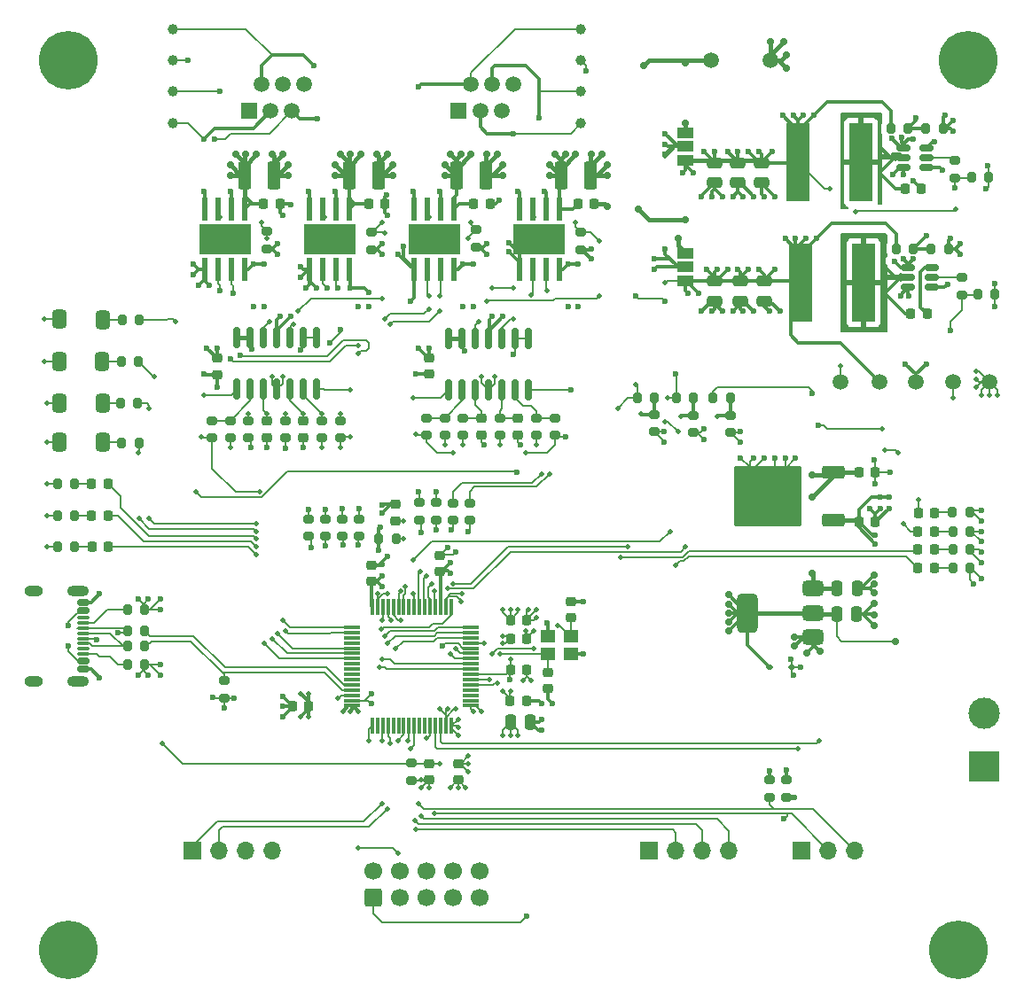
<source format=gtl>
G04 #@! TF.GenerationSoftware,KiCad,Pcbnew,8.0.1*
G04 #@! TF.CreationDate,2024-08-03T12:43:22+02:00*
G04 #@! TF.ProjectId,stepper_controller_v2,73746570-7065-4725-9f63-6f6e74726f6c,rev?*
G04 #@! TF.SameCoordinates,Original*
G04 #@! TF.FileFunction,Copper,L1,Top*
G04 #@! TF.FilePolarity,Positive*
%FSLAX46Y46*%
G04 Gerber Fmt 4.6, Leading zero omitted, Abs format (unit mm)*
G04 Created by KiCad (PCBNEW 8.0.1) date 2024-08-03 12:43:22*
%MOMM*%
%LPD*%
G01*
G04 APERTURE LIST*
G04 Aperture macros list*
%AMRoundRect*
0 Rectangle with rounded corners*
0 $1 Rounding radius*
0 $2 $3 $4 $5 $6 $7 $8 $9 X,Y pos of 4 corners*
0 Add a 4 corners polygon primitive as box body*
4,1,4,$2,$3,$4,$5,$6,$7,$8,$9,$2,$3,0*
0 Add four circle primitives for the rounded corners*
1,1,$1+$1,$2,$3*
1,1,$1+$1,$4,$5*
1,1,$1+$1,$6,$7*
1,1,$1+$1,$8,$9*
0 Add four rect primitives between the rounded corners*
20,1,$1+$1,$2,$3,$4,$5,0*
20,1,$1+$1,$4,$5,$6,$7,0*
20,1,$1+$1,$6,$7,$8,$9,0*
20,1,$1+$1,$8,$9,$2,$3,0*%
G04 Aperture macros list end*
G04 #@! TA.AperFunction,SMDPad,CuDef*
%ADD10RoundRect,0.225000X-0.250000X0.225000X-0.250000X-0.225000X0.250000X-0.225000X0.250000X0.225000X0*%
G04 #@! TD*
G04 #@! TA.AperFunction,SMDPad,CuDef*
%ADD11RoundRect,0.250000X-0.475000X0.250000X-0.475000X-0.250000X0.475000X-0.250000X0.475000X0.250000X0*%
G04 #@! TD*
G04 #@! TA.AperFunction,SMDPad,CuDef*
%ADD12RoundRect,0.225000X-0.225000X-0.250000X0.225000X-0.250000X0.225000X0.250000X-0.225000X0.250000X0*%
G04 #@! TD*
G04 #@! TA.AperFunction,SMDPad,CuDef*
%ADD13RoundRect,0.200000X-0.275000X0.200000X-0.275000X-0.200000X0.275000X-0.200000X0.275000X0.200000X0*%
G04 #@! TD*
G04 #@! TA.AperFunction,SMDPad,CuDef*
%ADD14RoundRect,0.200000X0.275000X-0.200000X0.275000X0.200000X-0.275000X0.200000X-0.275000X-0.200000X0*%
G04 #@! TD*
G04 #@! TA.AperFunction,ComponentPad*
%ADD15R,1.520000X1.520000*%
G04 #@! TD*
G04 #@! TA.AperFunction,ComponentPad*
%ADD16C,1.520000*%
G04 #@! TD*
G04 #@! TA.AperFunction,SMDPad,CuDef*
%ADD17R,0.500000X2.200000*%
G04 #@! TD*
G04 #@! TA.AperFunction,ComponentPad*
%ADD18C,0.630000*%
G04 #@! TD*
G04 #@! TA.AperFunction,SMDPad,CuDef*
%ADD19R,4.900000X2.950000*%
G04 #@! TD*
G04 #@! TA.AperFunction,SMDPad,CuDef*
%ADD20RoundRect,0.200000X-0.200000X-0.275000X0.200000X-0.275000X0.200000X0.275000X-0.200000X0.275000X0*%
G04 #@! TD*
G04 #@! TA.AperFunction,SMDPad,CuDef*
%ADD21R,1.400000X1.200000*%
G04 #@! TD*
G04 #@! TA.AperFunction,SMDPad,CuDef*
%ADD22RoundRect,0.250000X-0.250000X-0.475000X0.250000X-0.475000X0.250000X0.475000X-0.250000X0.475000X0*%
G04 #@! TD*
G04 #@! TA.AperFunction,ComponentPad*
%ADD23R,1.700000X1.700000*%
G04 #@! TD*
G04 #@! TA.AperFunction,ComponentPad*
%ADD24O,1.700000X1.700000*%
G04 #@! TD*
G04 #@! TA.AperFunction,SMDPad,CuDef*
%ADD25RoundRect,0.218750X-0.218750X-0.256250X0.218750X-0.256250X0.218750X0.256250X-0.218750X0.256250X0*%
G04 #@! TD*
G04 #@! TA.AperFunction,SMDPad,CuDef*
%ADD26RoundRect,0.112500X-0.187500X-0.112500X0.187500X-0.112500X0.187500X0.112500X-0.187500X0.112500X0*%
G04 #@! TD*
G04 #@! TA.AperFunction,SMDPad,CuDef*
%ADD27RoundRect,0.218750X0.218750X0.256250X-0.218750X0.256250X-0.218750X-0.256250X0.218750X-0.256250X0*%
G04 #@! TD*
G04 #@! TA.AperFunction,SMDPad,CuDef*
%ADD28RoundRect,0.337500X-0.337500X-0.562500X0.337500X-0.562500X0.337500X0.562500X-0.337500X0.562500X0*%
G04 #@! TD*
G04 #@! TA.AperFunction,SMDPad,CuDef*
%ADD29C,1.500000*%
G04 #@! TD*
G04 #@! TA.AperFunction,ComponentPad*
%ADD30RoundRect,0.250000X0.600000X-0.600000X0.600000X0.600000X-0.600000X0.600000X-0.600000X-0.600000X0*%
G04 #@! TD*
G04 #@! TA.AperFunction,ComponentPad*
%ADD31C,1.700000*%
G04 #@! TD*
G04 #@! TA.AperFunction,ComponentPad*
%ADD32C,5.600000*%
G04 #@! TD*
G04 #@! TA.AperFunction,SMDPad,CuDef*
%ADD33RoundRect,0.375000X0.625000X0.375000X-0.625000X0.375000X-0.625000X-0.375000X0.625000X-0.375000X0*%
G04 #@! TD*
G04 #@! TA.AperFunction,SMDPad,CuDef*
%ADD34RoundRect,0.500000X0.500000X1.400000X-0.500000X1.400000X-0.500000X-1.400000X0.500000X-1.400000X0*%
G04 #@! TD*
G04 #@! TA.AperFunction,SMDPad,CuDef*
%ADD35C,1.000000*%
G04 #@! TD*
G04 #@! TA.AperFunction,SMDPad,CuDef*
%ADD36RoundRect,0.250000X0.850000X0.350000X-0.850000X0.350000X-0.850000X-0.350000X0.850000X-0.350000X0*%
G04 #@! TD*
G04 #@! TA.AperFunction,SMDPad,CuDef*
%ADD37RoundRect,0.250000X1.275000X1.125000X-1.275000X1.125000X-1.275000X-1.125000X1.275000X-1.125000X0*%
G04 #@! TD*
G04 #@! TA.AperFunction,SMDPad,CuDef*
%ADD38RoundRect,0.249997X2.950003X2.650003X-2.950003X2.650003X-2.950003X-2.650003X2.950003X-2.650003X0*%
G04 #@! TD*
G04 #@! TA.AperFunction,ComponentPad*
%ADD39R,3.000000X3.000000*%
G04 #@! TD*
G04 #@! TA.AperFunction,ComponentPad*
%ADD40C,3.000000*%
G04 #@! TD*
G04 #@! TA.AperFunction,SMDPad,CuDef*
%ADD41R,1.500000X1.000000*%
G04 #@! TD*
G04 #@! TA.AperFunction,SMDPad,CuDef*
%ADD42R,2.200000X7.500000*%
G04 #@! TD*
G04 #@! TA.AperFunction,SMDPad,CuDef*
%ADD43RoundRect,0.225000X0.225000X0.250000X-0.225000X0.250000X-0.225000X-0.250000X0.225000X-0.250000X0*%
G04 #@! TD*
G04 #@! TA.AperFunction,SMDPad,CuDef*
%ADD44RoundRect,0.150000X-0.150000X0.825000X-0.150000X-0.825000X0.150000X-0.825000X0.150000X0.825000X0*%
G04 #@! TD*
G04 #@! TA.AperFunction,SMDPad,CuDef*
%ADD45RoundRect,0.225000X0.250000X-0.225000X0.250000X0.225000X-0.250000X0.225000X-0.250000X-0.225000X0*%
G04 #@! TD*
G04 #@! TA.AperFunction,SMDPad,CuDef*
%ADD46RoundRect,0.200000X0.200000X0.275000X-0.200000X0.275000X-0.200000X-0.275000X0.200000X-0.275000X0*%
G04 #@! TD*
G04 #@! TA.AperFunction,SMDPad,CuDef*
%ADD47RoundRect,0.150000X-0.425000X0.150000X-0.425000X-0.150000X0.425000X-0.150000X0.425000X0.150000X0*%
G04 #@! TD*
G04 #@! TA.AperFunction,SMDPad,CuDef*
%ADD48RoundRect,0.075000X-0.500000X0.075000X-0.500000X-0.075000X0.500000X-0.075000X0.500000X0.075000X0*%
G04 #@! TD*
G04 #@! TA.AperFunction,ComponentPad*
%ADD49O,2.100000X1.000000*%
G04 #@! TD*
G04 #@! TA.AperFunction,ComponentPad*
%ADD50O,1.800000X1.000000*%
G04 #@! TD*
G04 #@! TA.AperFunction,SMDPad,CuDef*
%ADD51RoundRect,0.250000X-0.375000X-1.075000X0.375000X-1.075000X0.375000X1.075000X-0.375000X1.075000X0*%
G04 #@! TD*
G04 #@! TA.AperFunction,SMDPad,CuDef*
%ADD52RoundRect,0.150000X-0.512500X-0.150000X0.512500X-0.150000X0.512500X0.150000X-0.512500X0.150000X0*%
G04 #@! TD*
G04 #@! TA.AperFunction,SMDPad,CuDef*
%ADD53RoundRect,0.075000X0.700000X0.075000X-0.700000X0.075000X-0.700000X-0.075000X0.700000X-0.075000X0*%
G04 #@! TD*
G04 #@! TA.AperFunction,SMDPad,CuDef*
%ADD54RoundRect,0.075000X0.075000X0.700000X-0.075000X0.700000X-0.075000X-0.700000X0.075000X-0.700000X0*%
G04 #@! TD*
G04 #@! TA.AperFunction,SMDPad,CuDef*
%ADD55RoundRect,0.250000X0.250000X0.475000X-0.250000X0.475000X-0.250000X-0.475000X0.250000X-0.475000X0*%
G04 #@! TD*
G04 #@! TA.AperFunction,ViaPad*
%ADD56C,0.460000*%
G04 #@! TD*
G04 #@! TA.AperFunction,ViaPad*
%ADD57C,0.700000*%
G04 #@! TD*
G04 #@! TA.AperFunction,ViaPad*
%ADD58C,0.600000*%
G04 #@! TD*
G04 #@! TA.AperFunction,Conductor*
%ADD59C,0.300000*%
G04 #@! TD*
G04 #@! TA.AperFunction,Conductor*
%ADD60C,0.400000*%
G04 #@! TD*
G04 #@! TA.AperFunction,Conductor*
%ADD61C,0.128000*%
G04 #@! TD*
G04 #@! TA.AperFunction,Conductor*
%ADD62C,0.200000*%
G04 #@! TD*
G04 #@! TA.AperFunction,Conductor*
%ADD63C,0.180000*%
G04 #@! TD*
G04 APERTURE END LIST*
D10*
X157250000Y-117225000D03*
X157250000Y-118775000D03*
D11*
X186250000Y-59800000D03*
X186250000Y-61700000D03*
D12*
X195525000Y-89400000D03*
X197075000Y-89400000D03*
D13*
X144250000Y-84425000D03*
X144250000Y-86075000D03*
D14*
X153600000Y-93925000D03*
X153600000Y-92275000D03*
D15*
X137325000Y-54840000D03*
D16*
X138470000Y-52300000D03*
X139365000Y-54840000D03*
X140510000Y-52300000D03*
X141405000Y-54840000D03*
X142550000Y-52300000D03*
D17*
X143095000Y-70000000D03*
X144365000Y-70000000D03*
X145635000Y-70000000D03*
X146905000Y-70000000D03*
X146905000Y-64250000D03*
X145635000Y-64250000D03*
X144365000Y-64250000D03*
X143095000Y-64250000D03*
D18*
X143700000Y-67775000D03*
X145000000Y-67775000D03*
X146300000Y-67775000D03*
D19*
X145000000Y-67125000D03*
D18*
X143700000Y-66475000D03*
X145000000Y-66475000D03*
X146300000Y-66475000D03*
D20*
X125125000Y-86545000D03*
X126775000Y-86545000D03*
D21*
X165800000Y-106750000D03*
X168000000Y-106750000D03*
X168000000Y-105050000D03*
X165800000Y-105050000D03*
D13*
X169000000Y-66425000D03*
X169000000Y-68075000D03*
D14*
X147800000Y-95500000D03*
X147800000Y-93850000D03*
D17*
X163095000Y-70000000D03*
X164365000Y-70000000D03*
X165635000Y-70000000D03*
X166905000Y-70000000D03*
X166905000Y-64250000D03*
X165635000Y-64250000D03*
X164365000Y-64250000D03*
X163095000Y-64250000D03*
D18*
X163700000Y-67775000D03*
X165000000Y-67775000D03*
X166300000Y-67775000D03*
D19*
X165000000Y-67125000D03*
D18*
X163700000Y-66475000D03*
X165000000Y-66475000D03*
X166300000Y-66475000D03*
D22*
X162250000Y-113250000D03*
X164150000Y-113250000D03*
D10*
X159500000Y-84225000D03*
X159500000Y-85775000D03*
D23*
X190055000Y-125500000D03*
D24*
X192595000Y-125500000D03*
X195135000Y-125500000D03*
D25*
X122287500Y-96500000D03*
X123862500Y-96500000D03*
D26*
X187000000Y-108000000D03*
X189100000Y-108000000D03*
D27*
X202750000Y-98500000D03*
X201175000Y-98500000D03*
D28*
X119200000Y-74745000D03*
X123300000Y-74795000D03*
D29*
X187100000Y-50000000D03*
D30*
X149130000Y-130000000D03*
D31*
X149130000Y-127460000D03*
X151670000Y-130000000D03*
X151670000Y-127460000D03*
X154210000Y-130000000D03*
X154210000Y-127460000D03*
X156750000Y-130000000D03*
X156750000Y-127460000D03*
X159290000Y-130000000D03*
X159290000Y-127460000D03*
D10*
X154500000Y-78450000D03*
X154500000Y-80000000D03*
D13*
X135500000Y-84425000D03*
X135500000Y-86075000D03*
D17*
X133095000Y-70000000D03*
X134365000Y-70000000D03*
X135635000Y-70000000D03*
X136905000Y-70000000D03*
X136905000Y-64250000D03*
X135635000Y-64250000D03*
X134365000Y-64250000D03*
X133095000Y-64250000D03*
D18*
X133700000Y-67775000D03*
X135000000Y-67775000D03*
X136300000Y-67775000D03*
D19*
X135000000Y-67125000D03*
D18*
X133700000Y-66475000D03*
X135000000Y-66475000D03*
X136300000Y-66475000D03*
D32*
X206000000Y-50000000D03*
X120000000Y-50000000D03*
D14*
X152800000Y-118825000D03*
X152800000Y-117175000D03*
D10*
X163000000Y-84225000D03*
X163000000Y-85775000D03*
D12*
X148750000Y-63750000D03*
X150300000Y-63750000D03*
D33*
X191150000Y-105100000D03*
X191150000Y-102800000D03*
D34*
X184850000Y-102800000D03*
D33*
X191150000Y-100500000D03*
D11*
X186500000Y-71100000D03*
X186500000Y-73000000D03*
D13*
X156000000Y-84175000D03*
X156000000Y-85825000D03*
D10*
X165800000Y-108500000D03*
X165800000Y-110050000D03*
D35*
X169000000Y-56000000D03*
D14*
X156800000Y-93950000D03*
X156800000Y-92300000D03*
D29*
X181450000Y-50000000D03*
D35*
X130000000Y-53000000D03*
D20*
X206900000Y-72325000D03*
X208550000Y-72325000D03*
X178100000Y-82250000D03*
X179750000Y-82250000D03*
D14*
X155200000Y-93925000D03*
X155200000Y-92275000D03*
D36*
X193125000Y-93955000D03*
D37*
X188500000Y-93200000D03*
X188500000Y-90150000D03*
D38*
X186825000Y-91675000D03*
D37*
X185150000Y-93200000D03*
X185150000Y-90150000D03*
D36*
X193125000Y-89395000D03*
D39*
X207500000Y-117500000D03*
D40*
X207500000Y-112420000D03*
D41*
X179000000Y-68450000D03*
X179000000Y-69750000D03*
X179000000Y-71050000D03*
D42*
X196000000Y-71250000D03*
X190000000Y-71250000D03*
D23*
X175500000Y-125500000D03*
D24*
X178040000Y-125500000D03*
X180580000Y-125500000D03*
X183120000Y-125500000D03*
D43*
X143000000Y-111750000D03*
X141450000Y-111750000D03*
X202050000Y-74250000D03*
X200500000Y-74250000D03*
D20*
X125175000Y-74795000D03*
X126825000Y-74795000D03*
X204500000Y-96750000D03*
X206150000Y-96750000D03*
D12*
X138700000Y-63750000D03*
X140250000Y-63750000D03*
D10*
X139000000Y-84475000D03*
X139000000Y-86025000D03*
D13*
X164750000Y-84175000D03*
X164750000Y-85825000D03*
D20*
X174350000Y-82250000D03*
X176000000Y-82250000D03*
D44*
X143770000Y-76500000D03*
X142500000Y-76500000D03*
X141230000Y-76500000D03*
X139960000Y-76500000D03*
X138690000Y-76500000D03*
X137420000Y-76500000D03*
X136150000Y-76500000D03*
X136150000Y-81450000D03*
X137420000Y-81450000D03*
X138690000Y-81450000D03*
X139960000Y-81450000D03*
X141230000Y-81450000D03*
X142500000Y-81450000D03*
X143770000Y-81450000D03*
D13*
X183250000Y-83925000D03*
X183250000Y-85575000D03*
D20*
X199100000Y-68000000D03*
X200750000Y-68000000D03*
D32*
X120000000Y-135000000D03*
D14*
X154250000Y-85825000D03*
X154250000Y-84175000D03*
D12*
X162250000Y-103500000D03*
X163800000Y-103500000D03*
D27*
X202750000Y-95000000D03*
X201175000Y-95000000D03*
D14*
X158400000Y-93950000D03*
X158400000Y-92300000D03*
X143000000Y-95500000D03*
X143000000Y-93850000D03*
X146200000Y-95500000D03*
X146200000Y-93850000D03*
D28*
X119200000Y-86450000D03*
X123300000Y-86500000D03*
D13*
X179750000Y-83925000D03*
X179750000Y-85575000D03*
D12*
X195525000Y-94100000D03*
X197075000Y-94100000D03*
D45*
X149000000Y-99775000D03*
X149000000Y-98225000D03*
D15*
X157325000Y-54840000D03*
D16*
X158470000Y-52300000D03*
X159365000Y-54840000D03*
X160510000Y-52300000D03*
X161405000Y-54840000D03*
X162550000Y-52300000D03*
D46*
X120650000Y-90500000D03*
X119000000Y-90500000D03*
D20*
X125000000Y-82795000D03*
X126650000Y-82795000D03*
X181600000Y-82250000D03*
X183250000Y-82250000D03*
D45*
X151250000Y-94000000D03*
X151250000Y-92450000D03*
D47*
X121500000Y-101800000D03*
X121500000Y-102600000D03*
D48*
X121500000Y-103750000D03*
X121500000Y-104750000D03*
X121500000Y-105250000D03*
X121500000Y-106250000D03*
D47*
X121500000Y-107400000D03*
X121500000Y-108200000D03*
X121500000Y-108200000D03*
X121500000Y-107400000D03*
D48*
X121500000Y-106750000D03*
X121500000Y-105750000D03*
X121500000Y-104250000D03*
X121500000Y-103250000D03*
D47*
X121500000Y-102600000D03*
X121500000Y-101800000D03*
D49*
X120925000Y-100680000D03*
D50*
X116745000Y-100680000D03*
D49*
X120925000Y-109320000D03*
D50*
X116745000Y-109320000D03*
D14*
X166500000Y-85825000D03*
X166500000Y-84175000D03*
X140750000Y-86075000D03*
X140750000Y-84425000D03*
D29*
X201000000Y-80750000D03*
D10*
X142500000Y-84475000D03*
X142500000Y-86025000D03*
D51*
X146850000Y-61000000D03*
X149650000Y-61000000D03*
D45*
X155500000Y-98875000D03*
X155500000Y-97325000D03*
D20*
X125100000Y-78795000D03*
X126750000Y-78795000D03*
D22*
X193400000Y-102900000D03*
X195300000Y-102900000D03*
D14*
X133750000Y-86075000D03*
X133750000Y-84425000D03*
D52*
X200225000Y-69800000D03*
X200225000Y-70750000D03*
X200225000Y-71700000D03*
X202500000Y-71700000D03*
X202500000Y-70750000D03*
X202500000Y-69800000D03*
D12*
X162250000Y-108250000D03*
X163800000Y-108250000D03*
D13*
X187000000Y-118775000D03*
X187000000Y-120425000D03*
D41*
X179000000Y-56950000D03*
X179000000Y-58250000D03*
X179000000Y-59550000D03*
D25*
X122250000Y-93500000D03*
X123825000Y-93500000D03*
D53*
X158500000Y-111675000D03*
X158500000Y-111175000D03*
X158500000Y-110675000D03*
X158500000Y-110175000D03*
X158500000Y-109675000D03*
X158500000Y-109175000D03*
X158500000Y-108675000D03*
X158500000Y-108175000D03*
X158500000Y-107675000D03*
X158500000Y-107175000D03*
X158500000Y-106675000D03*
X158500000Y-106175000D03*
X158500000Y-105675000D03*
X158500000Y-105175000D03*
X158500000Y-104675000D03*
X158500000Y-104175000D03*
D54*
X156575000Y-102250000D03*
X156075000Y-102250000D03*
X155575000Y-102250000D03*
X155075000Y-102250000D03*
X154575000Y-102250000D03*
X154075000Y-102250000D03*
X153575000Y-102250000D03*
X153075000Y-102250000D03*
X152575000Y-102250000D03*
X152075000Y-102250000D03*
X151575000Y-102250000D03*
X151075000Y-102250000D03*
X150575000Y-102250000D03*
X150075000Y-102250000D03*
X149575000Y-102250000D03*
X149075000Y-102250000D03*
D53*
X147150000Y-104175000D03*
X147150000Y-104675000D03*
X147150000Y-105175000D03*
X147150000Y-105675000D03*
X147150000Y-106175000D03*
X147150000Y-106675000D03*
X147150000Y-107175000D03*
X147150000Y-107675000D03*
X147150000Y-108175000D03*
X147150000Y-108675000D03*
X147150000Y-109175000D03*
X147150000Y-109675000D03*
X147150000Y-110175000D03*
X147150000Y-110675000D03*
X147150000Y-111175000D03*
X147150000Y-111675000D03*
D54*
X149075000Y-113600000D03*
X149575000Y-113600000D03*
X150075000Y-113600000D03*
X150575000Y-113600000D03*
X151075000Y-113600000D03*
X151575000Y-113600000D03*
X152075000Y-113600000D03*
X152575000Y-113600000D03*
X153075000Y-113600000D03*
X153575000Y-113600000D03*
X154075000Y-113600000D03*
X154575000Y-113600000D03*
X155075000Y-113600000D03*
X155575000Y-113600000D03*
X156075000Y-113600000D03*
X156575000Y-113600000D03*
D20*
X125675000Y-106000000D03*
X127325000Y-106000000D03*
D13*
X139000000Y-66350000D03*
X139000000Y-68000000D03*
D12*
X162250000Y-105250000D03*
X163800000Y-105250000D03*
D14*
X157750000Y-85825000D03*
X157750000Y-84175000D03*
D55*
X195350000Y-100500000D03*
X193450000Y-100500000D03*
D17*
X153095000Y-70000000D03*
X154365000Y-70000000D03*
X155635000Y-70000000D03*
X156905000Y-70000000D03*
X156905000Y-64250000D03*
X155635000Y-64250000D03*
X154365000Y-64250000D03*
X153095000Y-64250000D03*
D18*
X153700000Y-67775000D03*
X155000000Y-67775000D03*
X156300000Y-67775000D03*
D19*
X155000000Y-67125000D03*
D18*
X153700000Y-66475000D03*
X155000000Y-66475000D03*
X156300000Y-66475000D03*
D23*
X131880000Y-125500000D03*
D24*
X134420000Y-125500000D03*
X136960000Y-125500000D03*
X139500000Y-125500000D03*
D20*
X204500000Y-98500000D03*
X206150000Y-98500000D03*
D14*
X146000000Y-86075000D03*
X146000000Y-84425000D03*
D11*
X181750000Y-71100000D03*
X181750000Y-73000000D03*
D44*
X164000000Y-76550000D03*
X162730000Y-76550000D03*
X161460000Y-76550000D03*
X160190000Y-76550000D03*
X158920000Y-76550000D03*
X157650000Y-76550000D03*
X156380000Y-76550000D03*
X156380000Y-81500000D03*
X157650000Y-81500000D03*
X158920000Y-81500000D03*
X160190000Y-81500000D03*
X161460000Y-81500000D03*
X162730000Y-81500000D03*
X164000000Y-81500000D03*
D46*
X120650000Y-96500000D03*
X119000000Y-96500000D03*
D13*
X149000000Y-66425000D03*
X149000000Y-68075000D03*
D14*
X137250000Y-86075000D03*
X137250000Y-84425000D03*
D20*
X204500000Y-95000000D03*
X206150000Y-95000000D03*
X125675000Y-107750000D03*
X127325000Y-107750000D03*
D29*
X193750000Y-80750000D03*
D25*
X122250000Y-90500000D03*
X123825000Y-90500000D03*
D20*
X125675000Y-102500000D03*
X127325000Y-102500000D03*
D46*
X151325000Y-95750000D03*
X149675000Y-95750000D03*
D14*
X161250000Y-85825000D03*
X161250000Y-84175000D03*
D13*
X188600000Y-118750000D03*
X188600000Y-120400000D03*
D28*
X119150000Y-78745000D03*
X123250000Y-78795000D03*
D14*
X134900000Y-110950000D03*
X134900000Y-109300000D03*
D51*
X167100000Y-61000000D03*
X169900000Y-61000000D03*
D13*
X176000000Y-83850000D03*
X176000000Y-85500000D03*
D12*
X168700000Y-63750000D03*
X170250000Y-63750000D03*
X158750000Y-63750000D03*
X160300000Y-63750000D03*
D51*
X157100000Y-61000000D03*
X159900000Y-61000000D03*
D42*
X195750000Y-59750000D03*
X189750000Y-59750000D03*
D28*
X119225000Y-82745000D03*
X123325000Y-82795000D03*
D10*
X154500000Y-117200000D03*
X154500000Y-118750000D03*
D51*
X136850000Y-61000000D03*
X139650000Y-61000000D03*
D29*
X197500000Y-80750000D03*
D52*
X199750000Y-58350000D03*
X199750000Y-59300000D03*
X199750000Y-60250000D03*
X202025000Y-60250000D03*
X202025000Y-59300000D03*
X202025000Y-58350000D03*
D27*
X202787500Y-93250000D03*
X201212500Y-93250000D03*
D35*
X130000000Y-50000000D03*
D11*
X184250000Y-71100000D03*
X184250000Y-73000000D03*
D20*
X125675000Y-104490000D03*
X127325000Y-104490000D03*
D32*
X205000000Y-135000000D03*
D27*
X202750000Y-96750000D03*
X201175000Y-96750000D03*
D35*
X169000000Y-53000000D03*
D20*
X201925000Y-56500000D03*
X203575000Y-56500000D03*
D35*
X169000000Y-47000000D03*
D14*
X204700000Y-61250000D03*
X204700000Y-59600000D03*
D29*
X208000000Y-80750000D03*
D12*
X162225000Y-111250000D03*
X163775000Y-111250000D03*
D13*
X159000000Y-66175000D03*
X159000000Y-67825000D03*
D20*
X206275000Y-61200000D03*
X207925000Y-61200000D03*
D14*
X144600000Y-95500000D03*
X144600000Y-93850000D03*
D20*
X198600000Y-56500000D03*
X200250000Y-56500000D03*
D10*
X134250000Y-78475000D03*
X134250000Y-80025000D03*
D45*
X168050000Y-103250000D03*
X168050000Y-101700000D03*
D20*
X204475000Y-93200000D03*
X206125000Y-93200000D03*
D11*
X181750000Y-59800000D03*
X181750000Y-61700000D03*
D35*
X169000000Y-50000000D03*
D11*
X184000000Y-59800000D03*
X184000000Y-61700000D03*
D43*
X201500000Y-62250000D03*
X199950000Y-62250000D03*
D35*
X130000000Y-56000000D03*
X130000000Y-47000000D03*
D20*
X202425000Y-68000000D03*
X204075000Y-68000000D03*
D14*
X205400000Y-72425000D03*
X205400000Y-70775000D03*
D29*
X204500000Y-80750000D03*
D46*
X120650000Y-93500000D03*
X119000000Y-93500000D03*
D56*
X208750000Y-82000000D03*
D57*
X170000000Y-59000000D03*
D58*
X150500000Y-64800000D03*
D56*
X206750000Y-80500000D03*
D58*
X189250000Y-108750000D03*
D57*
X171500000Y-60000000D03*
D58*
X200750000Y-69000000D03*
X149700000Y-96800000D03*
X150500000Y-97400000D03*
X165250000Y-113000000D03*
X187500000Y-63000000D03*
X140000000Y-68500000D03*
X176936000Y-86500000D03*
D56*
X149580000Y-101000000D03*
D58*
X127686000Y-101500000D03*
X184250000Y-88000000D03*
D57*
X141000000Y-60000000D03*
D58*
X207250000Y-98000000D03*
D56*
X118000000Y-93500000D03*
D58*
X197600000Y-92800000D03*
D56*
X156500000Y-119500000D03*
D58*
X196975502Y-88175502D03*
X149800000Y-94600000D03*
X189000000Y-107250000D03*
X132000000Y-70500000D03*
X205250000Y-68500000D03*
D57*
X197000000Y-101900000D03*
X151000000Y-60000000D03*
D58*
X152000000Y-67750000D03*
D56*
X157500000Y-101700000D03*
D58*
X181500000Y-63000000D03*
D57*
X171500000Y-64000000D03*
D58*
X162100000Y-68300000D03*
D56*
X208000000Y-82000000D03*
D57*
X188600000Y-50750000D03*
D58*
X149000000Y-111500000D03*
X150400000Y-62900000D03*
D56*
X157250000Y-119500000D03*
D57*
X161500000Y-60000000D03*
X141000000Y-61000000D03*
D58*
X206500000Y-100000000D03*
X142250000Y-70750000D03*
D57*
X189400000Y-106000000D03*
D58*
X155750000Y-106000000D03*
X142500000Y-87000000D03*
X205250000Y-67500000D03*
D57*
X190600000Y-106600000D03*
D58*
X184250000Y-86500000D03*
D57*
X187100000Y-48250000D03*
D58*
X203750000Y-55250000D03*
D56*
X164500000Y-104500000D03*
D58*
X198500000Y-89400000D03*
X133500000Y-71500000D03*
X170000000Y-69000000D03*
X182500000Y-74000000D03*
X200750000Y-57500000D03*
X150000000Y-92500000D03*
X182500000Y-63000000D03*
X181500000Y-74000000D03*
X165250000Y-111500000D03*
X149000000Y-110500000D03*
X204500000Y-55750000D03*
D56*
X156250000Y-112000000D03*
D58*
X140500000Y-64800000D03*
D56*
X117750000Y-74750000D03*
X206750000Y-81250000D03*
X206750000Y-79750000D03*
D58*
X183500000Y-63000000D03*
D56*
X164750000Y-103250000D03*
D58*
X198925000Y-69175000D03*
D56*
X153750000Y-119500000D03*
D58*
X190000000Y-108000000D03*
D57*
X171000000Y-59000000D03*
X171500000Y-61000000D03*
X161000000Y-59000000D03*
D58*
X156250000Y-96564000D03*
X186500000Y-88000000D03*
X150000000Y-67500000D03*
D56*
X163750000Y-104500000D03*
D58*
X207250000Y-95000000D03*
D57*
X197000000Y-104000000D03*
D56*
X118000000Y-82750000D03*
D58*
X199652283Y-57351137D03*
X180500000Y-74000000D03*
X141300000Y-63800000D03*
X153250000Y-80000000D03*
X151564000Y-68500000D03*
X140000000Y-67500000D03*
X180500000Y-63000000D03*
D56*
X164750000Y-102500000D03*
D58*
X186500000Y-63000000D03*
D57*
X150500000Y-59000000D03*
D58*
X139000000Y-87000000D03*
X185500000Y-88000000D03*
X128814000Y-101500000D03*
X132000000Y-69500000D03*
X142250000Y-69750000D03*
X207700000Y-62300000D03*
X207250000Y-97000000D03*
X128814000Y-102500000D03*
X140500000Y-112750000D03*
D56*
X163500000Y-109250000D03*
X150500000Y-101000000D03*
D57*
X191800000Y-106500000D03*
D58*
X188000000Y-74000000D03*
X199750000Y-69000000D03*
D57*
X197000000Y-103000000D03*
D56*
X164750000Y-86750000D03*
D58*
X169250000Y-101750000D03*
X150000000Y-68500000D03*
X127686000Y-108750000D03*
X150000000Y-93300000D03*
X161200000Y-63400000D03*
X180750000Y-86250000D03*
X165750000Y-103750000D03*
D57*
X140500000Y-59000000D03*
D58*
X166250000Y-111500000D03*
X160000000Y-68500000D03*
D57*
X188600000Y-49500000D03*
D56*
X157000000Y-112000000D03*
D58*
X180750000Y-85250000D03*
X187500000Y-88000000D03*
D57*
X149500000Y-59000000D03*
D58*
X142750000Y-71750000D03*
D57*
X151000000Y-61000000D03*
D56*
X159500000Y-80250000D03*
X164000000Y-102500000D03*
D58*
X188500000Y-88000000D03*
X169250000Y-106750000D03*
D57*
X189400000Y-105100000D03*
D58*
X207250000Y-93000000D03*
X184500000Y-74000000D03*
X197100000Y-90500000D03*
X204250000Y-67000000D03*
X207250000Y-96000000D03*
X208500000Y-71300000D03*
D57*
X197000000Y-100900000D03*
D58*
X170000000Y-68000000D03*
D57*
X139500000Y-59000000D03*
D58*
X160000000Y-67500000D03*
D57*
X197006050Y-100048400D03*
D58*
X163250000Y-86750000D03*
X123000000Y-109000000D03*
D56*
X164250000Y-109250000D03*
D58*
X198648621Y-57475000D03*
X189500000Y-88000000D03*
X176936000Y-85500000D03*
D56*
X118000000Y-90500000D03*
D58*
X159750000Y-86750000D03*
D57*
X161500000Y-61000000D03*
D58*
X196564000Y-92800000D03*
X208500000Y-73500000D03*
X126750000Y-108750000D03*
D56*
X160750000Y-80250000D03*
D58*
X126750000Y-101500000D03*
D56*
X118000000Y-86500000D03*
X154500000Y-119500000D03*
D58*
X123000000Y-101000000D03*
X207800000Y-60100000D03*
X183500000Y-74000000D03*
X157000000Y-97000000D03*
D56*
X153750000Y-118750000D03*
D58*
X198400000Y-92800000D03*
X165250000Y-114000000D03*
D57*
X196998073Y-99193435D03*
D58*
X133000000Y-80000000D03*
X128814000Y-108750000D03*
D56*
X207250000Y-82000000D03*
X135500000Y-87000000D03*
D58*
X140500000Y-110750000D03*
X184500000Y-63000000D03*
X207250000Y-99500000D03*
D56*
X140500000Y-80250000D03*
D58*
X184250000Y-85500000D03*
D56*
X118000000Y-96500000D03*
D58*
X152750000Y-73000000D03*
D57*
X188350000Y-48250000D03*
D56*
X157600000Y-101000000D03*
D58*
X204500000Y-56750000D03*
D56*
X158000000Y-119500000D03*
X139500000Y-80250000D03*
D58*
X140500000Y-111750000D03*
X185500000Y-74000000D03*
X162100000Y-67400000D03*
X132500000Y-71500000D03*
D56*
X144250000Y-87000000D03*
D58*
X143750000Y-71750000D03*
X187000000Y-74000000D03*
X134250000Y-81250000D03*
X207250000Y-94000000D03*
D57*
X160000000Y-59000000D03*
D58*
X128814000Y-107750000D03*
X185500000Y-63000000D03*
D56*
X156000000Y-86750000D03*
X155500000Y-112000000D03*
D58*
X150000000Y-98200000D03*
X158750000Y-69500000D03*
D56*
X162250000Y-114500000D03*
D58*
X168750000Y-69500000D03*
X167750000Y-69500000D03*
D56*
X163000000Y-114500000D03*
D58*
X138750000Y-73500000D03*
X148750000Y-73500000D03*
D56*
X158250000Y-118000000D03*
D57*
X199000000Y-105500000D03*
D58*
X138750000Y-69500000D03*
X134900000Y-111900000D03*
D56*
X117750000Y-78750000D03*
D58*
X148750000Y-72186000D03*
X147750000Y-73500000D03*
X154500000Y-77500000D03*
D57*
X183100000Y-102800000D03*
D56*
X162250000Y-102500000D03*
X161500000Y-105750000D03*
X158250000Y-116500000D03*
X158750000Y-112250000D03*
D58*
X156500000Y-98000000D03*
X188600000Y-117800000D03*
X157750000Y-69500000D03*
X187000000Y-117900000D03*
X156500000Y-99000000D03*
X153500000Y-77500000D03*
X157750000Y-73500000D03*
D56*
X161500000Y-102500000D03*
D57*
X183100000Y-101944997D03*
D58*
X167750000Y-73500000D03*
D56*
X157250000Y-113000000D03*
D58*
X133250000Y-77500000D03*
X140250000Y-74500000D03*
D56*
X147750000Y-112250000D03*
D58*
X141250000Y-74500000D03*
X134250000Y-77500000D03*
X137750000Y-69500000D03*
X133800000Y-110900000D03*
D56*
X142250000Y-110500000D03*
X147000000Y-112250000D03*
D58*
X135900000Y-111000000D03*
D56*
X161500000Y-105000000D03*
X157250000Y-113750000D03*
D58*
X150000000Y-100250000D03*
D56*
X161500000Y-110250000D03*
D58*
X161500000Y-74500000D03*
D56*
X142250000Y-112750000D03*
D58*
X158750000Y-73500000D03*
D57*
X183100000Y-101089994D03*
D56*
X201250000Y-92000000D03*
X143000000Y-110500000D03*
D58*
X147000000Y-71750000D03*
D56*
X146250000Y-112250000D03*
D57*
X183100000Y-104510006D03*
D58*
X150000000Y-99250000D03*
D56*
X159500000Y-112250000D03*
X204500000Y-82250000D03*
D58*
X160500000Y-74500000D03*
D57*
X183100000Y-103655003D03*
D56*
X159750000Y-105750000D03*
X163000000Y-102500000D03*
X158250000Y-117250000D03*
X157250000Y-114500000D03*
X162250000Y-110250000D03*
X143000000Y-112750000D03*
D58*
X168750000Y-73500000D03*
D56*
X161500000Y-114500000D03*
D58*
X137750000Y-73500000D03*
D56*
X198000000Y-87250000D03*
D58*
X198400000Y-91700000D03*
D56*
X199250000Y-87500000D03*
D58*
X197100000Y-95400000D03*
X191700000Y-84900000D03*
X199500000Y-72500000D03*
X197100000Y-96200000D03*
X200300000Y-72500000D03*
X202000000Y-79000000D03*
X191100000Y-81800000D03*
X197600000Y-91700000D03*
X199750000Y-60950000D03*
D56*
X197750000Y-85250000D03*
D58*
X200000000Y-79000000D03*
D56*
X199750000Y-94250000D03*
D58*
X198800000Y-60900000D03*
D56*
X137250000Y-83750000D03*
X139000000Y-83750000D03*
X140750000Y-83750000D03*
X142500000Y-83750000D03*
X160250000Y-109181000D03*
X166750000Y-104000000D03*
X164500000Y-106250000D03*
X160500000Y-106750000D03*
X161250000Y-106750000D03*
X161000000Y-109500000D03*
D58*
X163800000Y-131800000D03*
X162200000Y-109200000D03*
D56*
X130250000Y-75000000D03*
X132250000Y-91250000D03*
X162250000Y-107250000D03*
D58*
X162900000Y-89400000D03*
X153500000Y-52500000D03*
X153000000Y-62500000D03*
X165500000Y-62500000D03*
X165000000Y-55500000D03*
X162500000Y-57000000D03*
X163000000Y-62500000D03*
X155500000Y-62500000D03*
X169500000Y-51000000D03*
X122750000Y-105340000D03*
X124792194Y-104707806D03*
D57*
X191100000Y-91700000D03*
X191100000Y-89600000D03*
X191100000Y-99000000D03*
D56*
X158500000Y-65500000D03*
X154500000Y-65000000D03*
X160500000Y-71750000D03*
X158250000Y-67000000D03*
X162500000Y-71750000D03*
X162500000Y-74750000D03*
X159250000Y-75000000D03*
X170750000Y-72500000D03*
X164500000Y-65000000D03*
X170750000Y-67250000D03*
X168500000Y-65500000D03*
X160000000Y-73000000D03*
X138500000Y-65500000D03*
X139000000Y-67000000D03*
X134500000Y-65000000D03*
X139250000Y-75000000D03*
X144250000Y-83750000D03*
X146000000Y-83750000D03*
X144500000Y-65000000D03*
X150250000Y-66500000D03*
X150000000Y-65500000D03*
X141500000Y-75250000D03*
X150000000Y-72750000D03*
X142000000Y-74000000D03*
D58*
X143500000Y-50500000D03*
X143000000Y-62500000D03*
X134000000Y-57500000D03*
X131500000Y-50000000D03*
X145500000Y-62500000D03*
X143834620Y-55584620D03*
X135500000Y-62500000D03*
X134500000Y-53000000D03*
X133000000Y-57500000D03*
X133000000Y-62500000D03*
D56*
X151750000Y-103500000D03*
X152000000Y-94000000D03*
X152000000Y-95750000D03*
X153099311Y-122650689D03*
X152500000Y-115000000D03*
X138000000Y-95750000D03*
X140000000Y-104750000D03*
X153750000Y-122250000D03*
X152750000Y-115750000D03*
X138000000Y-96500000D03*
X139500000Y-105250000D03*
X148750000Y-115000000D03*
X138750000Y-105750000D03*
X138000000Y-97250000D03*
X147750000Y-125250000D03*
X145750000Y-111000000D03*
X151500000Y-125750000D03*
X153250000Y-123500000D03*
X151500000Y-115000000D03*
X153500000Y-121000000D03*
X150000000Y-103500000D03*
X150500000Y-121500000D03*
X150750000Y-115250000D03*
D58*
X189400000Y-120400000D03*
X188400000Y-122500000D03*
D56*
X155000000Y-122000000D03*
X150876804Y-103506923D03*
D58*
X180250000Y-72250000D03*
X181000000Y-70000000D03*
X179250000Y-72250000D03*
X183000000Y-70000000D03*
X190500000Y-67000000D03*
X187500000Y-70000000D03*
D56*
X172750000Y-97500000D03*
X172500000Y-83250000D03*
D58*
X185000000Y-70000000D03*
D56*
X177000000Y-71250000D03*
X174250000Y-81000000D03*
D58*
X191500000Y-67000000D03*
X189500000Y-67000000D03*
X184000000Y-70000000D03*
X188500000Y-67000000D03*
X186000000Y-70000000D03*
X182000000Y-70000000D03*
D57*
X157500000Y-59000000D03*
X167500000Y-59000000D03*
D58*
X177000000Y-58000000D03*
D57*
X166500000Y-59000000D03*
X156500000Y-59000000D03*
X166000000Y-61000000D03*
X156000000Y-61000000D03*
X168500000Y-59000000D03*
X156000000Y-60000000D03*
D58*
X177000000Y-57000000D03*
D57*
X166000000Y-60000000D03*
D58*
X177000000Y-59000000D03*
D57*
X158500000Y-59000000D03*
X146000000Y-59000000D03*
X135500000Y-60000000D03*
X148000000Y-59000000D03*
X138000000Y-59000000D03*
X136000000Y-59000000D03*
X137000000Y-59000000D03*
D58*
X176000000Y-69000000D03*
D57*
X147000000Y-59000000D03*
X145500000Y-61000000D03*
D58*
X176000000Y-70000000D03*
X177000000Y-68000000D03*
D57*
X135500000Y-61000000D03*
X145500000Y-60000000D03*
D58*
X202750000Y-57750000D03*
X200750000Y-61500000D03*
X142200000Y-77686000D03*
X137500000Y-87000000D03*
X202000000Y-66750000D03*
X204000000Y-71400000D03*
X203500000Y-60500000D03*
X201000000Y-55500000D03*
X204300000Y-75800000D03*
D56*
X191750000Y-115000000D03*
X195200000Y-64500000D03*
D58*
X204700000Y-62200000D03*
D56*
X189750000Y-115750000D03*
X204750000Y-64250000D03*
X133000000Y-82000000D03*
X138300000Y-91250000D03*
X149750000Y-108000000D03*
X132750000Y-86000000D03*
X147000000Y-86000000D03*
X147000000Y-81500000D03*
X150000000Y-107250000D03*
X146000000Y-87000000D03*
X156500000Y-106750000D03*
X156750000Y-87500000D03*
X153250000Y-85750000D03*
X153000000Y-82250000D03*
X157000000Y-106250000D03*
D58*
X167500000Y-86000000D03*
X168000000Y-81500000D03*
D56*
X163750000Y-87500000D03*
X152250000Y-100250000D03*
D58*
X155200000Y-94900000D03*
X153700000Y-95100000D03*
D56*
X151750000Y-100750000D03*
D58*
X144600000Y-96400000D03*
D56*
X150500000Y-105750000D03*
X151250000Y-106250000D03*
D58*
X143200000Y-96600000D03*
X147700000Y-96300000D03*
D56*
X149903170Y-104351592D03*
X150250000Y-105000000D03*
D58*
X146300000Y-96300000D03*
X158200000Y-95000000D03*
D56*
X154250000Y-99250000D03*
D58*
X156600000Y-94900000D03*
D56*
X153625000Y-98875000D03*
D57*
X179000000Y-56000000D03*
X175000000Y-50500000D03*
X179000000Y-65250000D03*
X174500000Y-64250000D03*
X179000000Y-50250000D03*
X178250000Y-67000000D03*
D56*
X192750000Y-62250000D03*
D58*
X178750000Y-60750000D03*
X187250000Y-58750000D03*
X181750000Y-58750000D03*
X186000000Y-58750000D03*
X178000000Y-80000000D03*
D56*
X177000000Y-84500000D03*
D58*
X180750000Y-58750000D03*
X190250000Y-55250000D03*
X177000000Y-73000000D03*
X189250000Y-55250000D03*
D56*
X178250000Y-85500000D03*
X193750000Y-79250000D03*
D58*
X179750000Y-60750000D03*
X184000000Y-58750000D03*
X183000000Y-58750000D03*
D56*
X178000000Y-98250000D03*
D58*
X174250000Y-72500000D03*
X188250000Y-55250000D03*
D56*
X177250000Y-82250000D03*
D58*
X185000000Y-58750000D03*
X191250000Y-55250000D03*
D56*
X178500000Y-84000000D03*
X153000000Y-97750000D03*
X177500000Y-95000000D03*
X153006000Y-101000000D03*
X156750000Y-100000000D03*
X173500000Y-96500000D03*
X154750000Y-100000000D03*
X174750000Y-83750000D03*
X156250000Y-100500000D03*
X154995000Y-100750000D03*
X179000000Y-96500000D03*
X182000000Y-84000000D03*
X150000000Y-121000000D03*
X150000000Y-115000000D03*
X126750000Y-87500000D03*
X126775000Y-93775000D03*
X138000000Y-95000000D03*
X140500000Y-103500000D03*
X138000000Y-94250000D03*
X127750000Y-83250000D03*
X127750000Y-93750000D03*
X140750000Y-104500000D03*
X128250000Y-80250000D03*
X129000000Y-115250000D03*
X154255505Y-114793907D03*
X155500000Y-117250000D03*
D58*
X140800000Y-87100000D03*
X137600000Y-77600000D03*
X162500000Y-78100000D03*
D56*
X157750000Y-86750000D03*
D58*
X157900000Y-77800000D03*
D56*
X161250000Y-86750000D03*
D58*
X143000000Y-92900000D03*
X145000000Y-77000000D03*
X146000000Y-75750000D03*
X145750000Y-71750000D03*
X144750000Y-71750000D03*
X144600000Y-92900000D03*
X136500000Y-78186000D03*
X135750000Y-72250000D03*
D56*
X147750000Y-78000000D03*
D58*
X146200000Y-92800000D03*
D56*
X147750000Y-77250000D03*
D58*
X135500000Y-78500000D03*
X134500000Y-72000000D03*
X147800000Y-92800000D03*
D56*
X166000000Y-89500000D03*
X165750000Y-72000000D03*
X164250000Y-72442000D03*
X165250000Y-89500000D03*
X150750000Y-75250000D03*
X155500000Y-74000000D03*
D58*
X155200000Y-91200000D03*
D56*
X155500000Y-72500000D03*
X154500000Y-72500000D03*
X150250000Y-74750000D03*
X154500000Y-73750000D03*
D58*
X153500000Y-91200000D03*
X120000000Y-104000000D03*
X120000000Y-106000000D03*
D59*
X199523621Y-58350000D02*
X199750000Y-58350000D01*
D60*
X149650000Y-61000000D02*
X151000000Y-61000000D01*
D61*
X127325000Y-102075000D02*
X126750000Y-101500000D01*
D60*
X149650000Y-59150000D02*
X149500000Y-59000000D01*
D62*
X207700000Y-62300000D02*
X207925000Y-62075000D01*
D59*
X197075000Y-94100000D02*
X197075000Y-93325000D01*
D61*
X206150000Y-96750000D02*
X207000000Y-96750000D01*
X156075000Y-101475001D02*
X156550001Y-101000000D01*
D59*
X181750000Y-73000000D02*
X181750000Y-73750000D01*
X133095000Y-71095000D02*
X133500000Y-71500000D01*
X154500000Y-80000000D02*
X153250000Y-80000000D01*
D61*
X179750000Y-85575000D02*
X180075000Y-85575000D01*
D62*
X187500000Y-89150000D02*
X187500000Y-88000000D01*
D59*
X197075000Y-94100000D02*
X197100000Y-94100000D01*
D60*
X169900000Y-60100000D02*
X171000000Y-59000000D01*
D59*
X181750000Y-62250000D02*
X181500000Y-62500000D01*
D61*
X140500000Y-80910000D02*
X140500000Y-80250000D01*
D59*
X160000000Y-67500000D02*
X159675000Y-67825000D01*
X134250000Y-80025000D02*
X133025000Y-80025000D01*
X142500000Y-70000000D02*
X142250000Y-69750000D01*
D61*
X208000000Y-80750000D02*
X207000000Y-80750000D01*
D59*
X197000000Y-104000000D02*
X195900000Y-102900000D01*
X181750000Y-73000000D02*
X181500000Y-73000000D01*
X196998073Y-99193435D02*
X195691508Y-100500000D01*
X169925000Y-68075000D02*
X169000000Y-68075000D01*
D61*
X208750000Y-81500000D02*
X208750000Y-82000000D01*
X147150000Y-111175000D02*
X148325000Y-111175000D01*
X154500000Y-118750000D02*
X153750000Y-119500000D01*
X156000000Y-85825000D02*
X156000000Y-86750000D01*
D59*
X197000000Y-101900000D02*
X196000000Y-102900000D01*
D61*
X157250000Y-118775000D02*
X157275000Y-118775000D01*
D59*
X150300000Y-63750000D02*
X150300000Y-63000000D01*
D61*
X157111000Y-101211000D02*
X157300000Y-101400000D01*
D59*
X143095000Y-71095000D02*
X143750000Y-71750000D01*
D61*
X156075000Y-101493504D02*
X156357504Y-101211000D01*
X144250000Y-86075000D02*
X144250000Y-87000000D01*
D59*
X190300000Y-105100000D02*
X189400000Y-106000000D01*
X184000000Y-61700000D02*
X184200000Y-61700000D01*
D60*
X171250000Y-63750000D02*
X171500000Y-64000000D01*
D59*
X204075000Y-68000000D02*
X204075000Y-67175000D01*
X159675000Y-67825000D02*
X159000000Y-67825000D01*
X204750000Y-68000000D02*
X205250000Y-67500000D01*
D62*
X152800000Y-118825000D02*
X154425000Y-118825000D01*
D59*
X143095000Y-70000000D02*
X143095000Y-71095000D01*
D61*
X206150000Y-95000000D02*
X206250000Y-95000000D01*
D59*
X186250000Y-61700000D02*
X186250000Y-62750000D01*
X184250000Y-73250000D02*
X183500000Y-74000000D01*
X165000000Y-111250000D02*
X165250000Y-111500000D01*
X181500000Y-73000000D02*
X180500000Y-74000000D01*
D61*
X156075000Y-112575000D02*
X155500000Y-112000000D01*
X163800000Y-103500000D02*
X164500000Y-103500000D01*
X156075000Y-113600000D02*
X156075000Y-112575000D01*
D60*
X187100000Y-50000000D02*
X187100000Y-49500000D01*
D62*
X188500000Y-90150000D02*
X188500000Y-88000000D01*
D61*
X149575000Y-101475001D02*
X150050001Y-101000000D01*
D60*
X169900000Y-59100000D02*
X170000000Y-59000000D01*
D59*
X169000000Y-68075000D02*
X169075000Y-68075000D01*
D61*
X155500000Y-97225000D02*
X155589000Y-97225000D01*
D62*
X188500000Y-89000000D02*
X189500000Y-88000000D01*
D59*
X200750000Y-69000000D02*
X200225000Y-69525000D01*
X196554450Y-100500000D02*
X195350000Y-100500000D01*
D61*
X208000000Y-80750000D02*
X207000000Y-79750000D01*
D60*
X187100000Y-50000000D02*
X187100000Y-48250000D01*
X139650000Y-59150000D02*
X139500000Y-59000000D01*
D59*
X184250000Y-73750000D02*
X184500000Y-74000000D01*
D61*
X156550001Y-101000000D02*
X157600000Y-101000000D01*
X154500000Y-118750000D02*
X153750000Y-118750000D01*
D59*
X200225000Y-69475000D02*
X199750000Y-69000000D01*
D61*
X118005000Y-82745000D02*
X118000000Y-82750000D01*
D59*
X197075000Y-93325000D02*
X197600000Y-92800000D01*
D61*
X127325000Y-107750000D02*
X127325000Y-108175000D01*
D59*
X186250000Y-62750000D02*
X186500000Y-63000000D01*
X180500000Y-62950000D02*
X181750000Y-61700000D01*
X204250000Y-56500000D02*
X204500000Y-56750000D01*
D60*
X187100000Y-50000000D02*
X188100000Y-50000000D01*
D59*
X151564000Y-68500000D02*
X153064000Y-70000000D01*
D61*
X163800000Y-105250000D02*
X163800000Y-104550000D01*
X157300001Y-105750000D02*
X156000000Y-105750000D01*
D59*
X165800000Y-110050000D02*
X165800000Y-111050000D01*
X196900000Y-102900000D02*
X195300000Y-102900000D01*
D61*
X127325000Y-102500000D02*
X127325000Y-101861000D01*
D59*
X184250000Y-73000000D02*
X184500000Y-73000000D01*
X141450000Y-111750000D02*
X141450000Y-111700000D01*
X139500000Y-68000000D02*
X140000000Y-67500000D01*
X199652283Y-57902283D02*
X199652283Y-57351137D01*
D61*
X147150000Y-111175000D02*
X148675000Y-111175000D01*
D59*
X196600000Y-100500000D02*
X197000000Y-100900000D01*
D61*
X128814000Y-102500000D02*
X127325000Y-102500000D01*
D59*
X184000000Y-61700000D02*
X184000000Y-62500000D01*
X184200000Y-61700000D02*
X185500000Y-63000000D01*
D61*
X148325000Y-111175000D02*
X149000000Y-110500000D01*
X127325000Y-108175000D02*
X126750000Y-108750000D01*
D60*
X139650000Y-61000000D02*
X141000000Y-61000000D01*
D59*
X149575000Y-68075000D02*
X150000000Y-68500000D01*
X181500000Y-62500000D02*
X181500000Y-63000000D01*
D60*
X169900000Y-61000000D02*
X171500000Y-61000000D01*
D61*
X206150000Y-95000000D02*
X207250000Y-95000000D01*
D59*
X150050000Y-92450000D02*
X150000000Y-92500000D01*
D61*
X157250000Y-118775000D02*
X157225000Y-118775000D01*
X206150000Y-98500000D02*
X206150000Y-99650000D01*
X127325000Y-102500000D02*
X127325000Y-102075000D01*
D59*
X186500000Y-73500000D02*
X186500000Y-73000000D01*
X133095000Y-70000000D02*
X132500000Y-70000000D01*
D62*
X185150000Y-88900000D02*
X184250000Y-88000000D01*
D59*
X181750000Y-73250000D02*
X182500000Y-74000000D01*
D61*
X118050000Y-86450000D02*
X118000000Y-86500000D01*
X127325000Y-107750000D02*
X127814000Y-107750000D01*
D59*
X203575000Y-56500000D02*
X204250000Y-56500000D01*
D61*
X163800000Y-105200000D02*
X164500000Y-104500000D01*
D59*
X149675000Y-98225000D02*
X150500000Y-97400000D01*
D61*
X127814000Y-102500000D02*
X127325000Y-102500000D01*
X160190000Y-81500000D02*
X160750000Y-80940000D01*
D62*
X185150000Y-90150000D02*
X185150000Y-89350000D01*
D59*
X150300000Y-63750000D02*
X150300000Y-64600000D01*
X168000000Y-106750000D02*
X169250000Y-106750000D01*
X121500000Y-101800000D02*
X122200000Y-101800000D01*
X184250000Y-73000000D02*
X184250000Y-73250000D01*
X181750000Y-61700000D02*
X181750000Y-62250000D01*
X152000000Y-68905000D02*
X153095000Y-70000000D01*
X150850000Y-92450000D02*
X150000000Y-93300000D01*
D61*
X208000000Y-80750000D02*
X208000000Y-82000000D01*
D59*
X169075000Y-68075000D02*
X170000000Y-69000000D01*
D61*
X155500000Y-97225000D02*
X156775000Y-97225000D01*
D59*
X149000000Y-98225000D02*
X149975000Y-98225000D01*
D61*
X207000000Y-80750000D02*
X206750000Y-80500000D01*
D59*
X150300000Y-63000000D02*
X150400000Y-62900000D01*
X197006050Y-100048400D02*
X196554450Y-100500000D01*
D63*
X197075000Y-88275000D02*
X196975502Y-88175502D01*
D62*
X139100000Y-86125000D02*
X139000000Y-86025000D01*
D59*
X133095000Y-70000000D02*
X133095000Y-70905000D01*
X141450000Y-111800000D02*
X140500000Y-112750000D01*
X195900000Y-102900000D02*
X195300000Y-102900000D01*
X153064000Y-70000000D02*
X153095000Y-70000000D01*
D61*
X184175000Y-85575000D02*
X184250000Y-85500000D01*
D59*
X121500000Y-108200000D02*
X122200000Y-108200000D01*
D61*
X207000000Y-79750000D02*
X206750000Y-79750000D01*
D59*
X159000000Y-67825000D02*
X159325000Y-67825000D01*
D61*
X119225000Y-82745000D02*
X118005000Y-82745000D01*
D62*
X207925000Y-61200000D02*
X207925000Y-60225000D01*
D59*
X165000000Y-113250000D02*
X165250000Y-113000000D01*
D61*
X208000000Y-80750000D02*
X208750000Y-81500000D01*
D59*
X197075000Y-94100000D02*
X197075000Y-93311000D01*
D60*
X159900000Y-61000000D02*
X159900000Y-60100000D01*
D61*
X154500000Y-118750000D02*
X154500000Y-119500000D01*
D59*
X191150000Y-105100000D02*
X191150000Y-106050000D01*
X199750000Y-58000000D02*
X200250000Y-57500000D01*
D60*
X170250000Y-63750000D02*
X171250000Y-63750000D01*
D59*
X181750000Y-62250000D02*
X182500000Y-63000000D01*
D60*
X150000000Y-61000000D02*
X151000000Y-60000000D01*
D59*
X164150000Y-113250000D02*
X165000000Y-113250000D01*
D61*
X149575000Y-101005000D02*
X149580000Y-101000000D01*
X127325000Y-101861000D02*
X127686000Y-101500000D01*
D59*
X191150000Y-105100000D02*
X191150000Y-105850000D01*
D62*
X188500000Y-90150000D02*
X187500000Y-89150000D01*
D60*
X139650000Y-61000000D02*
X139650000Y-59850000D01*
D59*
X198925000Y-69175000D02*
X199550000Y-69800000D01*
D62*
X163000000Y-86500000D02*
X163250000Y-86750000D01*
D61*
X139960000Y-81450000D02*
X140500000Y-80910000D01*
X117755000Y-74745000D02*
X117750000Y-74750000D01*
D59*
X203575000Y-55425000D02*
X203575000Y-56500000D01*
D61*
X158500000Y-106175000D02*
X157725001Y-106175000D01*
D59*
X160850000Y-63750000D02*
X161200000Y-63400000D01*
X151250000Y-92450000D02*
X150050000Y-92450000D01*
D60*
X160500000Y-61000000D02*
X161500000Y-60000000D01*
D62*
X185150000Y-90150000D02*
X185150000Y-88900000D01*
D59*
X142750000Y-71750000D02*
X143095000Y-71405000D01*
D61*
X208000000Y-80750000D02*
X207250000Y-81500000D01*
X159500000Y-80810000D02*
X159500000Y-80250000D01*
D59*
X196000000Y-102900000D02*
X195300000Y-102900000D01*
X184000000Y-62500000D02*
X184500000Y-63000000D01*
X168050000Y-101700000D02*
X169200000Y-101700000D01*
X143095000Y-70000000D02*
X143000000Y-70000000D01*
X140250000Y-64550000D02*
X140500000Y-64800000D01*
X195691508Y-100500000D02*
X195350000Y-100500000D01*
X186500000Y-73000000D02*
X187000000Y-73000000D01*
D61*
X148675000Y-111175000D02*
X149000000Y-111500000D01*
D62*
X159500000Y-86500000D02*
X159750000Y-86750000D01*
D59*
X169200000Y-101700000D02*
X169250000Y-101750000D01*
D61*
X184175000Y-86500000D02*
X184250000Y-86500000D01*
D59*
X187000000Y-74000000D02*
X186500000Y-73500000D01*
D61*
X156075000Y-102250000D02*
X156075000Y-101475001D01*
D59*
X200225000Y-69525000D02*
X200225000Y-69800000D01*
D60*
X188100000Y-50000000D02*
X188600000Y-49500000D01*
D59*
X203575000Y-56500000D02*
X203750000Y-56500000D01*
D62*
X208550000Y-72325000D02*
X208550000Y-71350000D01*
D59*
X160300000Y-63750000D02*
X160850000Y-63750000D01*
D60*
X169900000Y-61000000D02*
X169900000Y-59100000D01*
D61*
X127325000Y-107750000D02*
X127325000Y-108389000D01*
X163800000Y-102700000D02*
X164000000Y-102500000D01*
D63*
X198500000Y-89400000D02*
X197075000Y-89400000D01*
D61*
X150050001Y-101000000D02*
X150500000Y-101000000D01*
D59*
X151250000Y-92450000D02*
X150850000Y-92450000D01*
X191150000Y-106050000D02*
X190600000Y-106600000D01*
X140250000Y-63750000D02*
X140250000Y-64550000D01*
D61*
X207250000Y-93000000D02*
X206325000Y-93000000D01*
D59*
X181750000Y-73750000D02*
X181500000Y-74000000D01*
X187000000Y-73000000D02*
X188000000Y-74000000D01*
X170000000Y-68000000D02*
X169925000Y-68075000D01*
D61*
X207250000Y-80750000D02*
X206750000Y-81250000D01*
D60*
X139650000Y-61000000D02*
X140000000Y-61000000D01*
D61*
X156075000Y-112825001D02*
X156900001Y-112000000D01*
X163800000Y-108250000D02*
X163800000Y-108950000D01*
D59*
X164900000Y-114000000D02*
X164150000Y-113250000D01*
D61*
X207000000Y-96750000D02*
X207250000Y-97000000D01*
D59*
X197000000Y-103000000D02*
X196900000Y-102900000D01*
X203750000Y-56500000D02*
X204500000Y-55750000D01*
X149675000Y-95750000D02*
X149675000Y-94725000D01*
D61*
X156075000Y-113600000D02*
X156075000Y-112175000D01*
X160750000Y-80940000D02*
X160750000Y-80250000D01*
D59*
X186250000Y-61700000D02*
X186250000Y-61750000D01*
D61*
X183250000Y-85575000D02*
X184175000Y-86500000D01*
D59*
X184000000Y-62500000D02*
X183500000Y-63000000D01*
D62*
X185150000Y-89350000D02*
X186500000Y-88000000D01*
D61*
X176000000Y-85500000D02*
X176936000Y-86436000D01*
X206150000Y-98500000D02*
X206250000Y-98500000D01*
D60*
X169900000Y-61000000D02*
X169900000Y-60100000D01*
D61*
X119200000Y-74745000D02*
X117755000Y-74745000D01*
D59*
X149675000Y-96775000D02*
X149700000Y-96800000D01*
D61*
X119000000Y-90500000D02*
X118000000Y-90500000D01*
D59*
X122200000Y-101800000D02*
X123000000Y-101000000D01*
X141450000Y-111700000D02*
X140500000Y-110750000D01*
D61*
X189100000Y-108000000D02*
X189100000Y-107350000D01*
D59*
X181750000Y-73000000D02*
X181750000Y-73250000D01*
D61*
X163800000Y-103450000D02*
X164750000Y-102500000D01*
X163800000Y-103500000D02*
X163800000Y-102700000D01*
X206150000Y-96900000D02*
X207250000Y-98000000D01*
X156075000Y-112175000D02*
X156250000Y-112000000D01*
D59*
X133025000Y-80025000D02*
X133000000Y-80000000D01*
X133095000Y-70905000D02*
X132500000Y-71500000D01*
D60*
X149650000Y-61000000D02*
X149650000Y-59850000D01*
D59*
X203750000Y-55250000D02*
X203575000Y-55425000D01*
D61*
X164500000Y-103500000D02*
X164750000Y-103250000D01*
X155589000Y-97225000D02*
X156250000Y-96564000D01*
D60*
X159900000Y-61000000D02*
X160500000Y-61000000D01*
X139650000Y-59850000D02*
X140500000Y-59000000D01*
D59*
X133095000Y-70000000D02*
X133095000Y-71095000D01*
D61*
X176000000Y-85500000D02*
X176936000Y-85500000D01*
D59*
X163095000Y-70000000D02*
X163095000Y-68395000D01*
X132500000Y-70000000D02*
X132000000Y-69500000D01*
D62*
X208550000Y-71350000D02*
X208500000Y-71300000D01*
D59*
X149675000Y-94725000D02*
X149800000Y-94600000D01*
D61*
X189100000Y-108000000D02*
X190000000Y-108000000D01*
X163800000Y-104550000D02*
X163750000Y-104500000D01*
D62*
X188500000Y-90150000D02*
X188500000Y-89000000D01*
D60*
X187100000Y-49500000D02*
X188350000Y-48250000D01*
X187100000Y-50000000D02*
X187850000Y-50000000D01*
D61*
X149575000Y-102250000D02*
X149575000Y-101475001D01*
D59*
X149000000Y-98225000D02*
X149675000Y-98225000D01*
X184250000Y-73000000D02*
X184250000Y-73750000D01*
X200250000Y-57500000D02*
X200750000Y-57500000D01*
D63*
X197075000Y-90475000D02*
X197100000Y-90500000D01*
D61*
X157250000Y-118775000D02*
X157250000Y-119500000D01*
X208000000Y-80750000D02*
X207250000Y-80750000D01*
D59*
X186250000Y-61750000D02*
X187500000Y-63000000D01*
D61*
X206150000Y-99650000D02*
X206500000Y-100000000D01*
D62*
X138700000Y-86325000D02*
X139000000Y-86025000D01*
D59*
X152750000Y-73000000D02*
X153095000Y-72655000D01*
D60*
X169900000Y-61000000D02*
X170500000Y-61000000D01*
D62*
X159500000Y-85775000D02*
X159500000Y-86500000D01*
D59*
X122200000Y-108200000D02*
X123000000Y-109000000D01*
X163095000Y-69295000D02*
X162100000Y-68300000D01*
X152000000Y-67750000D02*
X152000000Y-68905000D01*
D61*
X156775000Y-97225000D02*
X157000000Y-97000000D01*
X157275000Y-118775000D02*
X158000000Y-119500000D01*
D59*
X149675000Y-95750000D02*
X149675000Y-96775000D01*
X184500000Y-73000000D02*
X185500000Y-74000000D01*
D60*
X170500000Y-61000000D02*
X171500000Y-60000000D01*
D61*
X127325000Y-107750000D02*
X128814000Y-107750000D01*
D59*
X191150000Y-105100000D02*
X190300000Y-105100000D01*
X150300000Y-64600000D02*
X150500000Y-64800000D01*
D60*
X159900000Y-59100000D02*
X160000000Y-59000000D01*
D61*
X189100000Y-108600000D02*
X189250000Y-108750000D01*
D62*
X142500000Y-86025000D02*
X142500000Y-87000000D01*
D61*
X149575000Y-102250000D02*
X149575000Y-101005000D01*
X119000000Y-96500000D02*
X118000000Y-96500000D01*
D60*
X159900000Y-61000000D02*
X161500000Y-61000000D01*
D59*
X204750000Y-68000000D02*
X205250000Y-68500000D01*
D61*
X176936000Y-86436000D02*
X176936000Y-86500000D01*
X189100000Y-107350000D02*
X189000000Y-107250000D01*
X139500000Y-80990000D02*
X139500000Y-80250000D01*
D59*
X165800000Y-103800000D02*
X165750000Y-103750000D01*
X163095000Y-70000000D02*
X163095000Y-69295000D01*
X141450000Y-111750000D02*
X141450000Y-111800000D01*
X143095000Y-70000000D02*
X142500000Y-70000000D01*
D61*
X206250000Y-95000000D02*
X207250000Y-96000000D01*
X207250000Y-94000000D02*
X206500000Y-93250000D01*
D62*
X185150000Y-88350000D02*
X185500000Y-88000000D01*
D61*
X163800000Y-103500000D02*
X163800000Y-103450000D01*
D59*
X159325000Y-67825000D02*
X160000000Y-68500000D01*
D62*
X207925000Y-62075000D02*
X207925000Y-61200000D01*
D59*
X195350000Y-100500000D02*
X196600000Y-100500000D01*
X204075000Y-68000000D02*
X204750000Y-68000000D01*
D61*
X183250000Y-85575000D02*
X184175000Y-85575000D01*
D60*
X149650000Y-61000000D02*
X150000000Y-61000000D01*
D61*
X206325000Y-93000000D02*
X206075000Y-93250000D01*
D60*
X159900000Y-61000000D02*
X159900000Y-59100000D01*
D59*
X140250000Y-63750000D02*
X141250000Y-63750000D01*
D60*
X149650000Y-59850000D02*
X150500000Y-59000000D01*
D59*
X200225000Y-69800000D02*
X200225000Y-69475000D01*
D61*
X180425000Y-85575000D02*
X180750000Y-85250000D01*
D60*
X149650000Y-61000000D02*
X149650000Y-59150000D01*
D62*
X207925000Y-60225000D02*
X207800000Y-60100000D01*
D59*
X199750000Y-58000000D02*
X199652283Y-57902283D01*
D61*
X206150000Y-96750000D02*
X206150000Y-96900000D01*
X139960000Y-81450000D02*
X139500000Y-80990000D01*
D59*
X143095000Y-71405000D02*
X143095000Y-70000000D01*
X163095000Y-68395000D02*
X162100000Y-67400000D01*
X132500000Y-70000000D02*
X132000000Y-70500000D01*
D60*
X139650000Y-61000000D02*
X139650000Y-59150000D01*
D59*
X165800000Y-105050000D02*
X165800000Y-103800000D01*
X199750000Y-58350000D02*
X199750000Y-58000000D01*
D62*
X185150000Y-90150000D02*
X185150000Y-88350000D01*
D61*
X163800000Y-105250000D02*
X163800000Y-105300000D01*
X156075000Y-113600000D02*
X156075000Y-112825001D01*
D60*
X140000000Y-61000000D02*
X141000000Y-60000000D01*
X159900000Y-60100000D02*
X161000000Y-59000000D01*
D61*
X119200000Y-86450000D02*
X118050000Y-86450000D01*
X157725001Y-106175000D02*
X157300001Y-105750000D01*
D59*
X165250000Y-114000000D02*
X164900000Y-114000000D01*
X139000000Y-68000000D02*
X139500000Y-68000000D01*
D61*
X157500000Y-101600000D02*
X157500000Y-101700000D01*
D59*
X165800000Y-111050000D02*
X166250000Y-111500000D01*
D61*
X135500000Y-86075000D02*
X135500000Y-87000000D01*
X206250000Y-98500000D02*
X207250000Y-99500000D01*
D59*
X197100000Y-94100000D02*
X198400000Y-92800000D01*
D61*
X119000000Y-93500000D02*
X118000000Y-93500000D01*
D60*
X187850000Y-50000000D02*
X188600000Y-50750000D01*
D59*
X143000000Y-70000000D02*
X142250000Y-70750000D01*
D61*
X163800000Y-108800000D02*
X164250000Y-109250000D01*
D59*
X163775000Y-111250000D02*
X165000000Y-111250000D01*
X204075000Y-67175000D02*
X204250000Y-67000000D01*
D61*
X189100000Y-108000000D02*
X189100000Y-108600000D01*
D59*
X191150000Y-105850000D02*
X191800000Y-106500000D01*
D61*
X163800000Y-108250000D02*
X163800000Y-108800000D01*
D59*
X191150000Y-105100000D02*
X189400000Y-105100000D01*
D61*
X179750000Y-85575000D02*
X180425000Y-85575000D01*
X156357504Y-101211000D02*
X157111000Y-101211000D01*
X156900001Y-112000000D02*
X157000000Y-112000000D01*
D59*
X134250000Y-80025000D02*
X134250000Y-81250000D01*
X180500000Y-63000000D02*
X180500000Y-62950000D01*
X153095000Y-72655000D02*
X153095000Y-70000000D01*
D61*
X163800000Y-105250000D02*
X163800000Y-105200000D01*
D59*
X149000000Y-68075000D02*
X149425000Y-68075000D01*
D61*
X206500000Y-93250000D02*
X206075000Y-93250000D01*
D62*
X139000000Y-86025000D02*
X139000000Y-87000000D01*
D59*
X199550000Y-69800000D02*
X200225000Y-69800000D01*
D61*
X156000000Y-105750000D02*
X155750000Y-106000000D01*
D59*
X198648621Y-57475000D02*
X199523621Y-58350000D01*
D62*
X154425000Y-118825000D02*
X154500000Y-118750000D01*
D61*
X156075000Y-102250000D02*
X156075000Y-101493504D01*
X128814000Y-101500000D02*
X127814000Y-102500000D01*
X160190000Y-81500000D02*
X159500000Y-80810000D01*
D62*
X208550000Y-73450000D02*
X208550000Y-72325000D01*
X208500000Y-73500000D02*
X208550000Y-73450000D01*
D59*
X149975000Y-98225000D02*
X150000000Y-98200000D01*
D61*
X157225000Y-118775000D02*
X156500000Y-119500000D01*
D63*
X197075000Y-89400000D02*
X197075000Y-90475000D01*
D59*
X149425000Y-68075000D02*
X150000000Y-67500000D01*
D61*
X127325000Y-108389000D02*
X127686000Y-108750000D01*
X127814000Y-107750000D02*
X128814000Y-108750000D01*
X164750000Y-85825000D02*
X164750000Y-86750000D01*
D63*
X197075000Y-89400000D02*
X197075000Y-88275000D01*
D61*
X157300000Y-101400000D02*
X157500000Y-101600000D01*
D59*
X141450000Y-111750000D02*
X140500000Y-111750000D01*
D61*
X163800000Y-108950000D02*
X163500000Y-109250000D01*
D59*
X149000000Y-68075000D02*
X149575000Y-68075000D01*
D61*
X207250000Y-81500000D02*
X207250000Y-82000000D01*
D59*
X197075000Y-93311000D02*
X196564000Y-92800000D01*
D61*
X180075000Y-85575000D02*
X180750000Y-86250000D01*
D62*
X163000000Y-85775000D02*
X163000000Y-86500000D01*
D59*
X141250000Y-63750000D02*
X141300000Y-63800000D01*
X139500000Y-68000000D02*
X140000000Y-68500000D01*
X184810006Y-102800000D02*
X183100000Y-101089994D01*
D61*
X156575000Y-113600000D02*
X156650000Y-113600000D01*
D59*
X149000000Y-99775000D02*
X149475000Y-99775000D01*
D61*
X162250000Y-113250000D02*
X161500000Y-114000000D01*
X162250000Y-113250000D02*
X162250000Y-114500000D01*
X162225000Y-110975000D02*
X161500000Y-110250000D01*
X157250000Y-117225000D02*
X158225000Y-117225000D01*
D59*
X134250000Y-78475000D02*
X134250000Y-77500000D01*
D61*
X193900000Y-105500000D02*
X194200000Y-105500000D01*
D59*
X149000000Y-102175000D02*
X149075000Y-102250000D01*
X166905000Y-70000000D02*
X167250000Y-70000000D01*
D61*
X161500000Y-114000000D02*
X161500000Y-114500000D01*
X156650000Y-113600000D02*
X157250000Y-113000000D01*
X159500000Y-112250000D02*
X158925000Y-111675000D01*
D59*
X139960000Y-75790000D02*
X141250000Y-74500000D01*
X157250000Y-70000000D02*
X157750000Y-69500000D01*
X143000000Y-111750000D02*
X143000000Y-110500000D01*
D61*
X162225000Y-111250000D02*
X162225000Y-110975000D01*
X117755000Y-78745000D02*
X117750000Y-78750000D01*
D59*
X149475000Y-99775000D02*
X150000000Y-99250000D01*
X155575000Y-98850000D02*
X155500000Y-98775000D01*
X147150000Y-111675000D02*
X147175000Y-111675000D01*
X156500000Y-98000000D02*
X155725000Y-98775000D01*
X147175000Y-111675000D02*
X147750000Y-112250000D01*
X139960000Y-76500000D02*
X139960000Y-74790000D01*
D61*
X161500000Y-102750000D02*
X161500000Y-102500000D01*
D59*
X149000000Y-99775000D02*
X149000000Y-102175000D01*
X184850000Y-102800000D02*
X184810006Y-102800000D01*
X167750000Y-69500000D02*
X168750000Y-69500000D01*
D60*
X193400000Y-102900000D02*
X191250000Y-102900000D01*
D59*
X148314000Y-71750000D02*
X147000000Y-71750000D01*
D61*
X201212500Y-92037500D02*
X201250000Y-92000000D01*
X163000000Y-102750000D02*
X163000000Y-102500000D01*
D59*
X137250000Y-70000000D02*
X137750000Y-69500000D01*
X183955003Y-102800000D02*
X183100000Y-103655003D01*
D61*
X157100000Y-113600000D02*
X157250000Y-113750000D01*
D59*
X146825000Y-111675000D02*
X146250000Y-112250000D01*
X154500000Y-78450000D02*
X154500000Y-77500000D01*
D61*
X161500000Y-105750000D02*
X161750000Y-105750000D01*
D59*
X155725000Y-98775000D02*
X155500000Y-98775000D01*
X160210000Y-75790000D02*
X161500000Y-74500000D01*
X188600000Y-118750000D02*
X188600000Y-117800000D01*
X156905000Y-70000000D02*
X157250000Y-70000000D01*
X157750000Y-69500000D02*
X158750000Y-69500000D01*
X154450000Y-78450000D02*
X153500000Y-77500000D01*
D61*
X158500000Y-105675000D02*
X159675000Y-105675000D01*
D59*
X147000000Y-70095000D02*
X146905000Y-70000000D01*
X134250000Y-78475000D02*
X134225000Y-78475000D01*
X149525000Y-99775000D02*
X150000000Y-100250000D01*
X136905000Y-70000000D02*
X137250000Y-70000000D01*
X147150000Y-112100000D02*
X147000000Y-112250000D01*
D62*
X134900000Y-110950000D02*
X135850000Y-110950000D01*
X134900000Y-110950000D02*
X134900000Y-111900000D01*
D61*
X163000000Y-114000000D02*
X163000000Y-114500000D01*
X159675000Y-105675000D02*
X159750000Y-105750000D01*
D60*
X191250000Y-102900000D02*
X191150000Y-102800000D01*
D59*
X184850000Y-102800000D02*
X184850000Y-105850000D01*
D61*
X161750000Y-105750000D02*
X162250000Y-105250000D01*
D59*
X134225000Y-78475000D02*
X133250000Y-77500000D01*
X147150000Y-111675000D02*
X146825000Y-111675000D01*
D61*
X193400000Y-105000000D02*
X193900000Y-105500000D01*
X194200000Y-105500000D02*
X199000000Y-105500000D01*
D59*
X160210000Y-76500000D02*
X160210000Y-74790000D01*
D61*
X157250000Y-117225000D02*
X157475000Y-117225000D01*
X158225000Y-117225000D02*
X158250000Y-117250000D01*
D59*
X184810006Y-102800000D02*
X183100000Y-104510006D01*
X149000000Y-99775000D02*
X149525000Y-99775000D01*
X143000000Y-111250000D02*
X142250000Y-110500000D01*
D61*
X158500000Y-111675000D02*
X158500000Y-112000000D01*
X157475000Y-117225000D02*
X158250000Y-118000000D01*
D59*
X156275000Y-98775000D02*
X155500000Y-98775000D01*
D61*
X119150000Y-78745000D02*
X117755000Y-78745000D01*
X156575000Y-113600000D02*
X156575000Y-113825000D01*
X156575000Y-113600000D02*
X157100000Y-113600000D01*
X193400000Y-102900000D02*
X193400000Y-105000000D01*
D59*
X148750000Y-72186000D02*
X148314000Y-71750000D01*
D61*
X162250000Y-103500000D02*
X162250000Y-102500000D01*
X158925000Y-111675000D02*
X158500000Y-111675000D01*
D59*
X143075000Y-111675000D02*
X143000000Y-111750000D01*
X183100000Y-101944997D02*
X183955003Y-102800000D01*
X139960000Y-74790000D02*
X140250000Y-74500000D01*
X147150000Y-111675000D02*
X147150000Y-112100000D01*
D61*
X158500000Y-112000000D02*
X158750000Y-112250000D01*
D59*
X156500000Y-99000000D02*
X156275000Y-98775000D01*
D61*
X162225000Y-110275000D02*
X162250000Y-110250000D01*
D62*
X134900000Y-110950000D02*
X133850000Y-110950000D01*
D59*
X143000000Y-111750000D02*
X143000000Y-112000000D01*
D61*
X162225000Y-111250000D02*
X162225000Y-110275000D01*
X162250000Y-103500000D02*
X163000000Y-102750000D01*
X161500000Y-105000000D02*
X162000000Y-105000000D01*
X157525000Y-117225000D02*
X158250000Y-116500000D01*
D62*
X133850000Y-110950000D02*
X133800000Y-110900000D01*
D61*
X156575000Y-113825000D02*
X157250000Y-114500000D01*
D60*
X191150000Y-102800000D02*
X184850000Y-102800000D01*
D59*
X155575000Y-102250000D02*
X155575000Y-98850000D01*
X137750000Y-69500000D02*
X138750000Y-69500000D01*
D61*
X162250000Y-103500000D02*
X161500000Y-102750000D01*
X162250000Y-113250000D02*
X163000000Y-114000000D01*
D59*
X139960000Y-76500000D02*
X139960000Y-75790000D01*
X143000000Y-112000000D02*
X142250000Y-112750000D01*
X154500000Y-78450000D02*
X154450000Y-78450000D01*
D61*
X204500000Y-82250000D02*
X204500000Y-80750000D01*
D59*
X147000000Y-71750000D02*
X147000000Y-70095000D01*
D62*
X135850000Y-110950000D02*
X135900000Y-111000000D01*
D61*
X201212500Y-93250000D02*
X201212500Y-92037500D01*
D59*
X183100000Y-102800000D02*
X184850000Y-102800000D01*
X143000000Y-111750000D02*
X143000000Y-112750000D01*
X167250000Y-70000000D02*
X167750000Y-69500000D01*
X143000000Y-111750000D02*
X143000000Y-111250000D01*
X183955003Y-102800000D02*
X184850000Y-102800000D01*
X187000000Y-118775000D02*
X187000000Y-117900000D01*
D61*
X162000000Y-105000000D02*
X162250000Y-105250000D01*
X157250000Y-117225000D02*
X157525000Y-117225000D01*
D59*
X184850000Y-105850000D02*
X187000000Y-108000000D01*
D61*
X191700000Y-84900000D02*
X192200000Y-84900000D01*
D59*
X197600000Y-91700000D02*
X196744761Y-91700000D01*
D61*
X199000000Y-87250000D02*
X199250000Y-87500000D01*
X198000000Y-87250000D02*
X199000000Y-87250000D01*
X191100000Y-81600000D02*
X191100000Y-81800000D01*
D59*
X196825000Y-95400000D02*
X197100000Y-95400000D01*
X199500000Y-72500000D02*
X199500000Y-72425000D01*
D61*
X181600000Y-82250000D02*
X181600000Y-81650000D01*
D59*
X195525000Y-94100000D02*
X195525000Y-94625000D01*
D61*
X190750000Y-81250000D02*
X191100000Y-81600000D01*
D59*
X201000000Y-80000000D02*
X202000000Y-79000000D01*
X199450000Y-60250000D02*
X199750000Y-60250000D01*
X195525000Y-94625000D02*
X197100000Y-96200000D01*
X197600000Y-91700000D02*
X198400000Y-91700000D01*
X199750000Y-60950000D02*
X199750000Y-60250000D01*
X201000000Y-80750000D02*
X201000000Y-80000000D01*
X200225000Y-72425000D02*
X200300000Y-72500000D01*
X195525000Y-92919761D02*
X195525000Y-94100000D01*
D61*
X192550000Y-85250000D02*
X197750000Y-85250000D01*
D59*
X195525000Y-94100000D02*
X196825000Y-95400000D01*
D60*
X195380000Y-93955000D02*
X195525000Y-94100000D01*
D59*
X201000000Y-80000000D02*
X200000000Y-79000000D01*
X200225000Y-71700000D02*
X200225000Y-72425000D01*
X199500000Y-72425000D02*
X200225000Y-71700000D01*
D61*
X182000000Y-81250000D02*
X190750000Y-81250000D01*
D60*
X193375000Y-93955000D02*
X195380000Y-93955000D01*
D61*
X192200000Y-84900000D02*
X192550000Y-85250000D01*
D59*
X196744761Y-91700000D02*
X195525000Y-92919761D01*
D61*
X200500000Y-95000000D02*
X201175000Y-95000000D01*
X181600000Y-81650000D02*
X182000000Y-81250000D01*
D59*
X198800000Y-60900000D02*
X199450000Y-60250000D01*
D61*
X199750000Y-94250000D02*
X200500000Y-95000000D01*
X138690000Y-81450000D02*
X138690000Y-83440000D01*
X139000000Y-84475000D02*
X139000000Y-83750000D01*
X138690000Y-83440000D02*
X139000000Y-83750000D01*
X137250000Y-84425000D02*
X137250000Y-83750000D01*
X142500000Y-84475000D02*
X142500000Y-83750000D01*
X141230000Y-81450000D02*
X141230000Y-82480000D01*
X141230000Y-82480000D02*
X142500000Y-83750000D01*
X140750000Y-84425000D02*
X140750000Y-83750000D01*
X158920000Y-81500000D02*
X158920000Y-82920000D01*
X159450000Y-84175000D02*
X159500000Y-84225000D01*
X159500000Y-84225000D02*
X159500000Y-83500000D01*
X157750000Y-84175000D02*
X159450000Y-84175000D01*
X158920000Y-82920000D02*
X159500000Y-83500000D01*
X161250000Y-84175000D02*
X162950000Y-84175000D01*
X161460000Y-83290000D02*
X161460000Y-81500000D01*
X161250000Y-83500000D02*
X161460000Y-83290000D01*
D62*
X161250000Y-81710000D02*
X161460000Y-81500000D01*
D61*
X161250000Y-84175000D02*
X161250000Y-83500000D01*
X162950000Y-84175000D02*
X163000000Y-84225000D01*
X168000000Y-103300000D02*
X168050000Y-103250000D01*
X166950000Y-104000000D02*
X166750000Y-104000000D01*
X168000000Y-105050000D02*
X166950000Y-104000000D01*
X164500000Y-106250000D02*
X161000000Y-106250000D01*
X160244000Y-109175000D02*
X158500000Y-109175000D01*
X168000000Y-105050000D02*
X168000000Y-103300000D01*
X161000000Y-106250000D02*
X160500000Y-106750000D01*
X160250000Y-109181000D02*
X160244000Y-109175000D01*
X161000000Y-109500000D02*
X160750000Y-109500000D01*
X160750000Y-109500000D02*
X160575000Y-109675000D01*
X165800000Y-108500000D02*
X165800000Y-106750000D01*
X160575000Y-109675000D02*
X158500000Y-109675000D01*
X165800000Y-106750000D02*
X161250000Y-106750000D01*
X158500000Y-108675000D02*
X161825000Y-108675000D01*
X129500000Y-74750000D02*
X129455000Y-74795000D01*
X161825000Y-108675000D02*
X162250000Y-108250000D01*
X140948622Y-89300000D02*
X138504622Y-91744000D01*
D62*
X163800000Y-131800000D02*
X163200000Y-132400000D01*
D61*
X138504622Y-91744000D02*
X132744000Y-91744000D01*
D62*
X162200000Y-108300000D02*
X162250000Y-108250000D01*
D61*
X132744000Y-91744000D02*
X132250000Y-91250000D01*
D62*
X149130000Y-131530000D02*
X149130000Y-130000000D01*
D61*
X130250000Y-75000000D02*
X130000000Y-74750000D01*
X162250000Y-108250000D02*
X162250000Y-107250000D01*
D62*
X162200000Y-109200000D02*
X162200000Y-108300000D01*
D61*
X130000000Y-74750000D02*
X129500000Y-74750000D01*
D62*
X150000000Y-132400000D02*
X149130000Y-131530000D01*
X163200000Y-132400000D02*
X150000000Y-132400000D01*
D61*
X162800000Y-89300000D02*
X140948622Y-89300000D01*
X129455000Y-74795000D02*
X126825000Y-74795000D01*
X162900000Y-89400000D02*
X162800000Y-89300000D01*
X202750000Y-96750000D02*
X204500000Y-96750000D01*
X204500000Y-95000000D02*
X202750000Y-95000000D01*
X204475000Y-93200000D02*
X202837500Y-93200000D01*
X202837500Y-93200000D02*
X202787500Y-93250000D01*
D62*
X158470000Y-51225198D02*
X158470000Y-52300000D01*
D59*
X153500000Y-52500000D02*
X153700000Y-52300000D01*
X153000000Y-62500000D02*
X153095000Y-62595000D01*
D62*
X169000000Y-47000000D02*
X162695198Y-47000000D01*
X162695198Y-47000000D02*
X158470000Y-51225198D01*
D59*
X153700000Y-52300000D02*
X158470000Y-52300000D01*
X153095000Y-62595000D02*
X153095000Y-64250000D01*
X165000000Y-55500000D02*
X165000000Y-53000000D01*
X160750000Y-50500000D02*
X160510000Y-50740000D01*
X160510000Y-50740000D02*
X160510000Y-52300000D01*
X165000000Y-51750000D02*
X163750000Y-50500000D01*
X163750000Y-50500000D02*
X160750000Y-50500000D01*
X165000000Y-52000000D02*
X165000000Y-51750000D01*
X165635000Y-64250000D02*
X165635000Y-62635000D01*
X165635000Y-62635000D02*
X165500000Y-62500000D01*
D62*
X169000000Y-53000000D02*
X165000000Y-53000000D01*
D59*
X165000000Y-53000000D02*
X165000000Y-52000000D01*
D62*
X169000000Y-56000000D02*
X168000000Y-57000000D01*
D59*
X160000000Y-57000000D02*
X159365000Y-56365000D01*
X163095000Y-64250000D02*
X163095000Y-62595000D01*
X163095000Y-62595000D02*
X163000000Y-62500000D01*
X162500000Y-57000000D02*
X160000000Y-57000000D01*
X159365000Y-56365000D02*
X159365000Y-54840000D01*
D62*
X168000000Y-57000000D02*
X162500000Y-57000000D01*
X169500000Y-51000000D02*
X169500000Y-50500000D01*
D59*
X155635000Y-62635000D02*
X155500000Y-62500000D01*
X155635000Y-64250000D02*
X155635000Y-62635000D01*
D62*
X169500000Y-50500000D02*
X169000000Y-50000000D01*
D63*
X125457194Y-104707806D02*
X125675000Y-104490000D01*
X121500000Y-104250000D02*
X125435000Y-104250000D01*
X122660000Y-105250000D02*
X122750000Y-105340000D01*
X121500000Y-105250000D02*
X122660000Y-105250000D01*
X124792194Y-104707806D02*
X125457194Y-104707806D01*
X120906734Y-104250000D02*
X121500000Y-104250000D01*
X125435000Y-104250000D02*
X125675000Y-104490000D01*
D60*
X191150000Y-100500000D02*
X191150000Y-99050000D01*
X191150000Y-99050000D02*
X191100000Y-99000000D01*
X193375000Y-89395000D02*
X193375000Y-89425000D01*
X193450000Y-100500000D02*
X191150000Y-100500000D01*
X193375000Y-89425000D02*
X191100000Y-91700000D01*
X195520000Y-89395000D02*
X195525000Y-89400000D01*
X193170000Y-89600000D02*
X193375000Y-89395000D01*
X193375000Y-89395000D02*
X195520000Y-89395000D01*
X191100000Y-89600000D02*
X193170000Y-89600000D01*
D63*
X125675000Y-106000000D02*
X125250000Y-106000000D01*
X122093266Y-105750000D02*
X122343266Y-106000000D01*
X125250000Y-106000000D02*
X124000000Y-104750000D01*
X124000000Y-104750000D02*
X121500000Y-104750000D01*
X121500000Y-105750000D02*
X122093266Y-105750000D01*
X122343266Y-106000000D02*
X125675000Y-106000000D01*
D61*
X125675000Y-107750000D02*
X124750000Y-107750000D01*
X123000000Y-107000000D02*
X122750000Y-106750000D01*
X124000000Y-107000000D02*
X123000000Y-107000000D01*
X124750000Y-107750000D02*
X124000000Y-107000000D01*
X122750000Y-106750000D02*
X121500000Y-106750000D01*
X123750000Y-102500000D02*
X125675000Y-102500000D01*
X121500000Y-103750000D02*
X122500000Y-103750000D01*
X122500000Y-103750000D02*
X123750000Y-102500000D01*
X162250000Y-74750000D02*
X162500000Y-74750000D01*
X162000000Y-71750000D02*
X160500000Y-71750000D01*
X154365000Y-64865000D02*
X154500000Y-65000000D01*
X158500000Y-65675000D02*
X159000000Y-66175000D01*
X158500000Y-65500000D02*
X158500000Y-65675000D01*
X161460000Y-75540000D02*
X162250000Y-74750000D01*
X161460000Y-76550000D02*
X161460000Y-75540000D01*
X158250000Y-67000000D02*
X158250000Y-66925000D01*
X154365000Y-64250000D02*
X154365000Y-64865000D01*
X158250000Y-66925000D02*
X159000000Y-66175000D01*
X162500000Y-71750000D02*
X162000000Y-71750000D01*
X170750000Y-67250000D02*
X169925000Y-66425000D01*
X164365000Y-64250000D02*
X164365000Y-64865000D01*
X166314000Y-72936000D02*
X166500000Y-72750000D01*
X158920000Y-75330000D02*
X159250000Y-75000000D01*
X170500000Y-72750000D02*
X170750000Y-72500000D01*
X166500000Y-72750000D02*
X170500000Y-72750000D01*
X160000000Y-73000000D02*
X160064000Y-72936000D01*
X158920000Y-76550000D02*
X158920000Y-75330000D01*
X169925000Y-66425000D02*
X169000000Y-66425000D01*
X164365000Y-64865000D02*
X164500000Y-65000000D01*
X168500000Y-65925000D02*
X169000000Y-66425000D01*
X160064000Y-72936000D02*
X166314000Y-72936000D01*
X168500000Y-65500000D02*
X168500000Y-65925000D01*
X138500000Y-65500000D02*
X138500000Y-65850000D01*
X138500000Y-65850000D02*
X139000000Y-66350000D01*
X139000000Y-67000000D02*
X139000000Y-66350000D01*
X139250000Y-75000000D02*
X138690000Y-75560000D01*
X138690000Y-75560000D02*
X138690000Y-76500000D01*
X134365000Y-64865000D02*
X134500000Y-65000000D01*
X134365000Y-64250000D02*
X134365000Y-64865000D01*
X135500000Y-84425000D02*
X137420000Y-82505000D01*
X133750000Y-84425000D02*
X135500000Y-84425000D01*
X137420000Y-82505000D02*
X137420000Y-81450000D01*
X144250000Y-84425000D02*
X144250000Y-83750000D01*
X146000000Y-84425000D02*
X146000000Y-83750000D01*
X142500000Y-82000000D02*
X144250000Y-83750000D01*
X142500000Y-81450000D02*
X142500000Y-82000000D01*
X144365000Y-64865000D02*
X144500000Y-65000000D01*
X150000000Y-65500000D02*
X149075000Y-66425000D01*
X144365000Y-64250000D02*
X144365000Y-64865000D01*
X142000000Y-74000000D02*
X143250000Y-72750000D01*
X150175000Y-66425000D02*
X149000000Y-66425000D01*
X150250000Y-66500000D02*
X150175000Y-66425000D01*
X149075000Y-66425000D02*
X149000000Y-66425000D01*
X143250000Y-72750000D02*
X150000000Y-72750000D01*
X141230000Y-75520000D02*
X141500000Y-75250000D01*
X141230000Y-76500000D02*
X141230000Y-75520000D01*
X154250000Y-84175000D02*
X156000000Y-84175000D01*
X156000000Y-84175000D02*
X157650000Y-82525000D01*
X157650000Y-82525000D02*
X157650000Y-81500000D01*
X162730000Y-82230000D02*
X162730000Y-81500000D01*
D62*
X162730000Y-82155000D02*
X162730000Y-81500000D01*
D61*
X164250000Y-83000000D02*
X163500000Y-83000000D01*
X164750000Y-84175000D02*
X166500000Y-84175000D01*
X164750000Y-83500000D02*
X164250000Y-83000000D01*
X163500000Y-83000000D02*
X162730000Y-82230000D01*
X164750000Y-84175000D02*
X164750000Y-83500000D01*
D63*
X144500000Y-108500000D02*
X146175000Y-110175000D01*
X134750000Y-108500000D02*
X144500000Y-108500000D01*
X128000000Y-105500000D02*
X131750000Y-105500000D01*
D62*
X134900000Y-108650000D02*
X134750000Y-108500000D01*
D63*
X131750000Y-105500000D02*
X134750000Y-108500000D01*
D62*
X134900000Y-109300000D02*
X134900000Y-108650000D01*
D63*
X146175000Y-110175000D02*
X147150000Y-110175000D01*
X127500000Y-106000000D02*
X128000000Y-105500000D01*
X127325000Y-106000000D02*
X127500000Y-106000000D01*
X132000000Y-105000000D02*
X135000000Y-108000000D01*
X144681734Y-108000000D02*
X146356734Y-109675000D01*
X146356734Y-109675000D02*
X147150000Y-109675000D01*
X127325000Y-104490000D02*
X127835000Y-105000000D01*
X127835000Y-105000000D02*
X132000000Y-105000000D01*
X135000000Y-108000000D02*
X144681734Y-108000000D01*
D61*
X123300000Y-74795000D02*
X125175000Y-74795000D01*
D62*
X130000000Y-47000000D02*
X137000000Y-47000000D01*
D59*
X142500000Y-49500000D02*
X143500000Y-50500000D01*
X138470000Y-52300000D02*
X138470000Y-50530000D01*
X143095000Y-64250000D02*
X143095000Y-62595000D01*
X138470000Y-50530000D02*
X139500000Y-49500000D01*
D62*
X137000000Y-47000000D02*
X139500000Y-49500000D01*
D59*
X143095000Y-62595000D02*
X143000000Y-62500000D01*
X139500000Y-49500000D02*
X142500000Y-49500000D01*
X143834620Y-55584620D02*
X142149620Y-55584620D01*
X145635000Y-64250000D02*
X145635000Y-62635000D01*
D62*
X135500000Y-57000000D02*
X139245000Y-57000000D01*
X134000000Y-57500000D02*
X135000000Y-57500000D01*
D59*
X145635000Y-62635000D02*
X145500000Y-62500000D01*
D62*
X130000000Y-50000000D02*
X131500000Y-50000000D01*
D59*
X142149620Y-55584620D02*
X141405000Y-54840000D01*
D62*
X135000000Y-57500000D02*
X135500000Y-57000000D01*
X139245000Y-57000000D02*
X141405000Y-54840000D01*
X130500000Y-53000000D02*
X134500000Y-53000000D01*
D59*
X135635000Y-62635000D02*
X135500000Y-62500000D01*
D62*
X130000000Y-53000000D02*
X130500000Y-53000000D01*
D59*
X135635000Y-64250000D02*
X135635000Y-62635000D01*
D62*
X130000000Y-56000000D02*
X131500000Y-56000000D01*
D59*
X134000000Y-56500000D02*
X137500000Y-56500000D01*
X133000000Y-57500000D02*
X134000000Y-56500000D01*
X133095000Y-64250000D02*
X133095000Y-62595000D01*
X137705000Y-56500000D02*
X137500000Y-56500000D01*
D62*
X131500000Y-56000000D02*
X133000000Y-57500000D01*
D59*
X139365000Y-54840000D02*
X137705000Y-56500000D01*
X133095000Y-62595000D02*
X133000000Y-62500000D01*
D61*
X151250000Y-94000000D02*
X152000000Y-94000000D01*
X151568504Y-103500000D02*
X151075000Y-103006496D01*
X151325000Y-95750000D02*
X152000000Y-95750000D01*
X151750000Y-103500000D02*
X151568504Y-103500000D01*
X151075000Y-103006496D02*
X151075000Y-102250000D01*
X180580000Y-125500000D02*
X180580000Y-123580000D01*
X152500000Y-115000000D02*
X152575000Y-114925000D01*
X180000000Y-123000000D02*
X153448622Y-123000000D01*
X180580000Y-123580000D02*
X180000000Y-123000000D01*
X153448622Y-123000000D02*
X153099311Y-122650689D01*
X152575000Y-114925000D02*
X152575000Y-113600000D01*
X140000000Y-104750000D02*
X141425000Y-106175000D01*
X137750000Y-95500000D02*
X127750000Y-95500000D01*
X138000000Y-95750000D02*
X137750000Y-95500000D01*
X141425000Y-106175000D02*
X147150000Y-106175000D01*
X127750000Y-95500000D02*
X125000000Y-92750000D01*
X125000000Y-91675000D02*
X123825000Y-90500000D01*
X125000000Y-92750000D02*
X125000000Y-91675000D01*
X153075000Y-115425000D02*
X152750000Y-115750000D01*
X153075000Y-113600000D02*
X153075000Y-115425000D01*
X182000000Y-122500000D02*
X154000000Y-122500000D01*
X183120000Y-125500000D02*
X183120000Y-123620000D01*
X183120000Y-123620000D02*
X182000000Y-122500000D01*
X154000000Y-122500000D02*
X153750000Y-122250000D01*
X120650000Y-90500000D02*
X122250000Y-90500000D01*
X120650000Y-93500000D02*
X122250000Y-93500000D01*
X124750000Y-93500000D02*
X123825000Y-93500000D01*
X140925000Y-106675000D02*
X147150000Y-106675000D01*
X138000000Y-96500000D02*
X137500000Y-96000000D01*
X139500000Y-105250000D02*
X140925000Y-106675000D01*
X127250000Y-96000000D02*
X124750000Y-93500000D01*
X137500000Y-96000000D02*
X127250000Y-96000000D01*
X120650000Y-96500000D02*
X122287500Y-96500000D01*
X148750000Y-115000000D02*
X148750000Y-113925000D01*
X148750000Y-113925000D02*
X149075000Y-113600000D01*
X140175000Y-107175000D02*
X147150000Y-107175000D01*
X123862500Y-96500000D02*
X137250000Y-96500000D01*
X137250000Y-96500000D02*
X138000000Y-97250000D01*
X138750000Y-105750000D02*
X140175000Y-107175000D01*
X151500000Y-125750000D02*
X151000000Y-125250000D01*
D62*
X147150000Y-110675000D02*
X147175000Y-110650000D01*
D61*
X146075000Y-110675000D02*
X147150000Y-110675000D01*
X145750000Y-111000000D02*
X146075000Y-110675000D01*
X151000000Y-125250000D02*
X147750000Y-125250000D01*
X177750000Y-123500000D02*
X177250000Y-123500000D01*
X178040000Y-123790000D02*
X177750000Y-123500000D01*
X152075000Y-114425000D02*
X152075000Y-113600000D01*
X151500000Y-115000000D02*
X152075000Y-114425000D01*
X177250000Y-123500000D02*
X153250000Y-123500000D01*
X178040000Y-125500000D02*
X178040000Y-123790000D01*
X191135000Y-121500000D02*
X187500000Y-121500000D01*
X154000000Y-121500000D02*
X153500000Y-121000000D01*
X187000000Y-121100000D02*
X187000000Y-120425000D01*
X175500000Y-121500000D02*
X154000000Y-121500000D01*
X195135000Y-125500000D02*
X191135000Y-121500000D01*
X150000000Y-103500000D02*
X150075000Y-103425000D01*
X150075000Y-103425000D02*
X150075000Y-102250000D01*
X187500000Y-121500000D02*
X175500000Y-121500000D01*
X187400000Y-121500000D02*
X187000000Y-121100000D01*
X187500000Y-121500000D02*
X187400000Y-121500000D01*
X134750000Y-123250000D02*
X148750000Y-123250000D01*
X150750000Y-114750000D02*
X150575000Y-114575000D01*
X134420000Y-125500000D02*
X134420000Y-123580000D01*
X148750000Y-123250000D02*
X150500000Y-121500000D01*
X134420000Y-123580000D02*
X134750000Y-123250000D01*
X150575000Y-114575000D02*
X150575000Y-113600000D01*
X150750000Y-115250000D02*
X150750000Y-114750000D01*
X188700000Y-122000000D02*
X188700000Y-122200000D01*
X189095000Y-122000000D02*
X188700000Y-122000000D01*
X189400000Y-120400000D02*
X188600000Y-120400000D01*
X188700000Y-122200000D02*
X188400000Y-122500000D01*
X192595000Y-125500000D02*
X189095000Y-122000000D01*
X150876804Y-103506923D02*
X150575000Y-103205119D01*
X188700000Y-122000000D02*
X155000000Y-122000000D01*
X150575000Y-103205119D02*
X150575000Y-102250000D01*
D59*
X201400000Y-73600000D02*
X202050000Y-74250000D01*
X201400000Y-70237501D02*
X201400000Y-73600000D01*
X201837501Y-69800000D02*
X201400000Y-70237501D01*
X202500000Y-69800000D02*
X201837501Y-69800000D01*
X186500000Y-71100000D02*
X186500000Y-70500000D01*
D61*
X178698622Y-97500000D02*
X172750000Y-97500000D01*
D59*
X186500000Y-70500000D02*
X186000000Y-70000000D01*
X190000000Y-71250000D02*
X189500000Y-70750000D01*
X181750000Y-71100000D02*
X181900000Y-71100000D01*
D61*
X179298622Y-96900000D02*
X178698622Y-97500000D01*
D59*
X191500000Y-67000000D02*
X192900000Y-65600000D01*
X198100000Y-65600000D02*
X199100000Y-66600000D01*
X186500000Y-71100000D02*
X186500000Y-71000000D01*
D61*
X174350000Y-81100000D02*
X174350000Y-82250000D01*
D59*
X186500000Y-71100000D02*
X181750000Y-71100000D01*
D61*
X179000000Y-71050000D02*
X177200000Y-71050000D01*
D59*
X197500000Y-80750000D02*
X193750000Y-77000000D01*
X189850000Y-71100000D02*
X190000000Y-71250000D01*
X184250000Y-71100000D02*
X184250000Y-70250000D01*
X192900000Y-65600000D02*
X198100000Y-65600000D01*
X190000000Y-68500000D02*
X191500000Y-67000000D01*
X189000000Y-76250000D02*
X189000000Y-72250000D01*
X180250000Y-72250000D02*
X179050000Y-71050000D01*
X199100000Y-66600000D02*
X199100000Y-68000000D01*
D61*
X201175000Y-96750000D02*
X201025000Y-96900000D01*
D59*
X184250000Y-70250000D02*
X184000000Y-70000000D01*
X190000000Y-71250000D02*
X190000000Y-67500000D01*
X189000000Y-72250000D02*
X190000000Y-71250000D01*
X186500000Y-71100000D02*
X189850000Y-71100000D01*
X189500000Y-70750000D02*
X189500000Y-67000000D01*
D61*
X173500000Y-82250000D02*
X174350000Y-82250000D01*
D59*
X179050000Y-71050000D02*
X179000000Y-71050000D01*
D61*
X172500000Y-83250000D02*
X173500000Y-82250000D01*
X201025000Y-96900000D02*
X179298622Y-96900000D01*
D59*
X184250000Y-70750000D02*
X185000000Y-70000000D01*
X190000000Y-71250000D02*
X190000000Y-68500000D01*
X179000000Y-72000000D02*
X179250000Y-72250000D01*
X181750000Y-70250000D02*
X182000000Y-70000000D01*
X181700000Y-71050000D02*
X181750000Y-71100000D01*
X189750000Y-77000000D02*
X189000000Y-76250000D01*
X184250000Y-71100000D02*
X184250000Y-70750000D01*
X179000000Y-71050000D02*
X181700000Y-71050000D01*
X181900000Y-71100000D02*
X183000000Y-70000000D01*
D61*
X174250000Y-81000000D02*
X174350000Y-81100000D01*
D59*
X186500000Y-71000000D02*
X187500000Y-70000000D01*
D61*
X177200000Y-71050000D02*
X177000000Y-71250000D01*
D59*
X190000000Y-68500000D02*
X188500000Y-67000000D01*
X181750000Y-71100000D02*
X181750000Y-70250000D01*
X181750000Y-71100000D02*
X181750000Y-70750000D01*
X181750000Y-70750000D02*
X181000000Y-70000000D01*
X190000000Y-67500000D02*
X190500000Y-67000000D01*
X179000000Y-71050000D02*
X179000000Y-72000000D01*
X193750000Y-77000000D02*
X189750000Y-77000000D01*
X179000000Y-58250000D02*
X177250000Y-58250000D01*
D60*
X167100000Y-59600000D02*
X166500000Y-59000000D01*
X167100000Y-59400000D02*
X167500000Y-59000000D01*
X157100000Y-60400000D02*
X157100000Y-61000000D01*
D59*
X179000000Y-58250000D02*
X177750000Y-58250000D01*
X156905000Y-64250000D02*
X156905000Y-63095000D01*
D60*
X167100000Y-61000000D02*
X167100000Y-59600000D01*
D59*
X168200000Y-64250000D02*
X168700000Y-63750000D01*
X179000000Y-58250000D02*
X178250000Y-58250000D01*
X166905000Y-64250000D02*
X166905000Y-61195000D01*
D60*
X157100000Y-61000000D02*
X157100000Y-59600000D01*
X167100000Y-61000000D02*
X167100000Y-60400000D01*
D59*
X178250000Y-58250000D02*
X177000000Y-57000000D01*
D60*
X157100000Y-59400000D02*
X157500000Y-59000000D01*
X157000000Y-61000000D02*
X156000000Y-60000000D01*
D59*
X158750000Y-63750000D02*
X157405000Y-63750000D01*
X179000000Y-58250000D02*
X177950000Y-58250000D01*
X157405000Y-63750000D02*
X156905000Y-64250000D01*
D60*
X167100000Y-61000000D02*
X167100000Y-59400000D01*
X167100000Y-61000000D02*
X167000000Y-61000000D01*
X157100000Y-61000000D02*
X157000000Y-61000000D01*
X158500000Y-59000000D02*
X157100000Y-60400000D01*
D59*
X156905000Y-63095000D02*
X157100000Y-62900000D01*
D60*
X157100000Y-61000000D02*
X156000000Y-61000000D01*
X167100000Y-61000000D02*
X166000000Y-61000000D01*
D59*
X177750000Y-58250000D02*
X177000000Y-59000000D01*
D60*
X167000000Y-61000000D02*
X166000000Y-60000000D01*
X157100000Y-59600000D02*
X156500000Y-59000000D01*
D59*
X177250000Y-58250000D02*
X177000000Y-58000000D01*
X166905000Y-61195000D02*
X167100000Y-61000000D01*
X157100000Y-62900000D02*
X157100000Y-61000000D01*
D60*
X157100000Y-61000000D02*
X157100000Y-59400000D01*
X167100000Y-60400000D02*
X168500000Y-59000000D01*
D59*
X166905000Y-64250000D02*
X168200000Y-64250000D01*
X177950000Y-58250000D02*
X177000000Y-59200000D01*
D60*
X146500000Y-61000000D02*
X145500000Y-60000000D01*
D59*
X176000000Y-69000000D02*
X177500000Y-69000000D01*
X138700000Y-63750000D02*
X137655000Y-63750000D01*
X146905000Y-63250000D02*
X146905000Y-62900000D01*
D60*
X146850000Y-60150000D02*
X146850000Y-61000000D01*
D59*
X179000000Y-69750000D02*
X176250000Y-69750000D01*
D60*
X146850000Y-59150000D02*
X147000000Y-59000000D01*
X136850000Y-59150000D02*
X137000000Y-59000000D01*
X136905000Y-64250000D02*
X136905000Y-63000000D01*
D59*
X146905000Y-64250000D02*
X146905000Y-62900000D01*
X146905000Y-62900000D02*
X146905000Y-61055000D01*
D60*
X136905000Y-63000000D02*
X136905000Y-61055000D01*
X136850000Y-59850000D02*
X136000000Y-59000000D01*
X136850000Y-61000000D02*
X135500000Y-61000000D01*
X146850000Y-61000000D02*
X146850000Y-59850000D01*
D59*
X146905000Y-61055000D02*
X146850000Y-61000000D01*
D60*
X136500000Y-61000000D02*
X135500000Y-60000000D01*
D59*
X148750000Y-63750000D02*
X147405000Y-63750000D01*
X147405000Y-63750000D02*
X146905000Y-63250000D01*
X177000000Y-68500000D02*
X177000000Y-68000000D01*
X178000000Y-69500000D02*
X177000000Y-68500000D01*
X138700000Y-63750000D02*
X137405000Y-63750000D01*
D60*
X146850000Y-61000000D02*
X145500000Y-61000000D01*
X136850000Y-61000000D02*
X136500000Y-61000000D01*
X136850000Y-61000000D02*
X136850000Y-60150000D01*
X146850000Y-59850000D02*
X146000000Y-59000000D01*
X136850000Y-60150000D02*
X138000000Y-59000000D01*
X136850000Y-61000000D02*
X136850000Y-59150000D01*
D59*
X177500000Y-69000000D02*
X178000000Y-69500000D01*
D60*
X136850000Y-61000000D02*
X136850000Y-59850000D01*
D59*
X137655000Y-63750000D02*
X136905000Y-63000000D01*
D60*
X146850000Y-61000000D02*
X146850000Y-59150000D01*
X148000000Y-59000000D02*
X146850000Y-60150000D01*
D59*
X137405000Y-63750000D02*
X136905000Y-64250000D01*
D60*
X146850000Y-61000000D02*
X146500000Y-61000000D01*
D59*
X147405000Y-63750000D02*
X146905000Y-64250000D01*
D60*
X136905000Y-61055000D02*
X136850000Y-61000000D01*
D59*
X178250000Y-69750000D02*
X178000000Y-69500000D01*
X176250000Y-69750000D02*
X176000000Y-70000000D01*
X179000000Y-69750000D02*
X178250000Y-69750000D01*
X202625000Y-57750000D02*
X202025000Y-58350000D01*
X201500000Y-62250000D02*
X200750000Y-61500000D01*
X202750000Y-57750000D02*
X202625000Y-57750000D01*
D62*
X142500000Y-77386000D02*
X142200000Y-77686000D01*
X137500000Y-86325000D02*
X137250000Y-86075000D01*
X142500000Y-76500000D02*
X143770000Y-76500000D01*
X137300000Y-86025000D02*
X137250000Y-86075000D01*
X137500000Y-87000000D02*
X137500000Y-86325000D01*
X142500000Y-76500000D02*
X142500000Y-77386000D01*
D59*
X199750000Y-70750000D02*
X199500000Y-71000000D01*
X200500000Y-74250000D02*
X200000000Y-74250000D01*
X199500000Y-70750000D02*
X198000000Y-72250000D01*
X200000000Y-74250000D02*
X198000000Y-72250000D01*
D61*
X200500000Y-74000000D02*
X200500000Y-74250000D01*
D59*
X199000000Y-70750000D02*
X198000000Y-69750000D01*
X199750000Y-70750000D02*
X199500000Y-70500000D01*
X200225000Y-70750000D02*
X199500000Y-70750000D01*
D61*
X200250000Y-73750000D02*
X200500000Y-74000000D01*
D59*
X200225000Y-70750000D02*
X199000000Y-70750000D01*
X199750000Y-59300000D02*
X198950000Y-59300000D01*
X198950000Y-59300000D02*
X197500000Y-60750000D01*
X199000000Y-59000000D02*
X198750000Y-59000000D01*
X199000000Y-62250000D02*
X197500000Y-60750000D01*
X199950000Y-62250000D02*
X199000000Y-62250000D01*
X198550000Y-59300000D02*
X197500000Y-58250000D01*
X199750000Y-59300000D02*
X199450000Y-59000000D01*
X199450000Y-59000000D02*
X199000000Y-59000000D01*
X199750000Y-59300000D02*
X198550000Y-59300000D01*
X199200000Y-59300000D02*
X199000000Y-59500000D01*
X204000000Y-71400000D02*
X203700000Y-71700000D01*
X202000000Y-66750000D02*
X200750000Y-68000000D01*
X202425000Y-68000000D02*
X200750000Y-68000000D01*
X203700000Y-71700000D02*
X202500000Y-71700000D01*
X202025000Y-60250000D02*
X203250000Y-60250000D01*
X201000000Y-55500000D02*
X201000000Y-55750000D01*
X203250000Y-60250000D02*
X203500000Y-60500000D01*
X201000000Y-55750000D02*
X200250000Y-56500000D01*
X201925000Y-56500000D02*
X200250000Y-56500000D01*
D61*
X155575000Y-115075000D02*
X155750000Y-115250000D01*
X155575000Y-113600000D02*
X155575000Y-115075000D01*
X204300000Y-75800000D02*
X204300000Y-75000000D01*
X189500000Y-115250000D02*
X191500000Y-115250000D01*
X205400000Y-73900000D02*
X205400000Y-72425000D01*
X155750000Y-115250000D02*
X189500000Y-115250000D01*
X204300000Y-75000000D02*
X205400000Y-73900000D01*
X191500000Y-115250000D02*
X191750000Y-115000000D01*
X206800000Y-72425000D02*
X206900000Y-72325000D01*
X205400000Y-72425000D02*
X206800000Y-72425000D01*
X195300000Y-64400000D02*
X204600000Y-64400000D01*
X155075000Y-113600000D02*
X155075000Y-115575000D01*
X204600000Y-64400000D02*
X204750000Y-64250000D01*
D62*
X204700000Y-61250000D02*
X206225000Y-61250000D01*
X206225000Y-61250000D02*
X206275000Y-61200000D01*
X204700000Y-61250000D02*
X204700000Y-62200000D01*
D61*
X155250000Y-115750000D02*
X155750000Y-115750000D01*
X155075000Y-115575000D02*
X155250000Y-115750000D01*
X155750000Y-115750000D02*
X189750000Y-115750000D01*
X195200000Y-64500000D02*
X195300000Y-64400000D01*
X202750000Y-98500000D02*
X204500000Y-98500000D01*
X150250000Y-108000000D02*
X150425000Y-108175000D01*
X132825000Y-86075000D02*
X132750000Y-86000000D01*
X133750000Y-86075000D02*
X132825000Y-86075000D01*
X138300000Y-91250000D02*
X136000000Y-91250000D01*
X135600000Y-82000000D02*
X136150000Y-81450000D01*
X133750000Y-89000000D02*
X133750000Y-86075000D01*
X133000000Y-82000000D02*
X135600000Y-82000000D01*
X136000000Y-91250000D02*
X133750000Y-89000000D01*
X149750000Y-108000000D02*
X150250000Y-108000000D01*
X150425000Y-108175000D02*
X158500000Y-108175000D01*
X146000000Y-86075000D02*
X146000000Y-87000000D01*
X150750000Y-107250000D02*
X151175000Y-107675000D01*
X144450000Y-81450000D02*
X144500000Y-81500000D01*
X150000000Y-107250000D02*
X150750000Y-107250000D01*
X143770000Y-81450000D02*
X144450000Y-81450000D01*
X147000000Y-86000000D02*
X146075000Y-86000000D01*
X146075000Y-86000000D02*
X146000000Y-86075000D01*
X144500000Y-81500000D02*
X147000000Y-81500000D01*
X151175000Y-107675000D02*
X158500000Y-107675000D01*
X155250000Y-87500000D02*
X155500000Y-87500000D01*
X155500000Y-87500000D02*
X156750000Y-87500000D01*
X153325000Y-85825000D02*
X153250000Y-85750000D01*
X154250000Y-86500000D02*
X155250000Y-87500000D01*
X156500000Y-106750000D02*
X156925000Y-107175000D01*
X154250000Y-85825000D02*
X153325000Y-85825000D01*
X153000000Y-82250000D02*
X155630000Y-82250000D01*
X154250000Y-85825000D02*
X154250000Y-86500000D01*
X155630000Y-82250000D02*
X156380000Y-81500000D01*
X156925000Y-107175000D02*
X158500000Y-107175000D01*
X166500000Y-86750000D02*
X165750000Y-87500000D01*
X167500000Y-86000000D02*
X166675000Y-86000000D01*
X165250000Y-87500000D02*
X163750000Y-87500000D01*
X157000000Y-106250000D02*
X157425000Y-106675000D01*
X157425000Y-106675000D02*
X158500000Y-106675000D01*
X164000000Y-81500000D02*
X168000000Y-81500000D01*
X166675000Y-86000000D02*
X166500000Y-85825000D01*
X166500000Y-85825000D02*
X166500000Y-86750000D01*
X165750000Y-87500000D02*
X165250000Y-87500000D01*
X152250000Y-100948622D02*
X152250000Y-100250000D01*
X152075000Y-101123622D02*
X152250000Y-100948622D01*
X155200000Y-94900000D02*
X155200000Y-93925000D01*
X152075000Y-102250000D02*
X152075000Y-101123622D01*
X153700000Y-94025000D02*
X153600000Y-93925000D01*
X151575000Y-100925000D02*
X151750000Y-100750000D01*
X151575000Y-102250000D02*
X151575000Y-100925000D01*
X153700000Y-95100000D02*
X153700000Y-94025000D01*
X150500000Y-105750000D02*
X151250000Y-105000000D01*
X154963862Y-105000000D02*
X155288862Y-104675000D01*
X155288862Y-104675000D02*
X158500000Y-104675000D01*
X151250000Y-105000000D02*
X154963862Y-105000000D01*
X144600000Y-96400000D02*
X144600000Y-95500000D01*
X152000000Y-105500000D02*
X154927724Y-105500000D01*
X143200000Y-96600000D02*
X143200000Y-95700000D01*
X154927724Y-105500000D02*
X155252724Y-105175000D01*
X151250000Y-106250000D02*
X152000000Y-105500000D01*
X155252724Y-105175000D02*
X158500000Y-105175000D01*
X143200000Y-95700000D02*
X143000000Y-95500000D01*
X155752999Y-103847000D02*
X156575000Y-103024999D01*
X149903170Y-104351592D02*
X150082762Y-104172000D01*
X147700000Y-96300000D02*
X147700000Y-95600000D01*
X147700000Y-95600000D02*
X147800000Y-95500000D01*
X156575000Y-103024999D02*
X156575000Y-102250000D01*
X154825000Y-103847000D02*
X155752999Y-103847000D01*
X154500000Y-104172000D02*
X154825000Y-103847000D01*
X150082762Y-104172000D02*
X154500000Y-104172000D01*
X155000000Y-104500000D02*
X155325000Y-104175000D01*
X155325000Y-104175000D02*
X158500000Y-104175000D01*
X146300000Y-95600000D02*
X146200000Y-95500000D01*
X150250000Y-105000000D02*
X150750000Y-104500000D01*
X150750000Y-104500000D02*
X155000000Y-104500000D01*
X146300000Y-96300000D02*
X146300000Y-95600000D01*
X154006000Y-102181000D02*
X154075000Y-102250000D01*
X154006000Y-99494000D02*
X154006000Y-102181000D01*
X154250000Y-99250000D02*
X154006000Y-99494000D01*
X158200000Y-95000000D02*
X158400000Y-94800000D01*
X158400000Y-94800000D02*
X158400000Y-93950000D01*
X156600000Y-94900000D02*
X156600000Y-94825000D01*
X153500000Y-102175000D02*
X153575000Y-102250000D01*
X156600000Y-94825000D02*
X156800000Y-94625000D01*
X156800000Y-94625000D02*
X156800000Y-93950000D01*
X153625000Y-98875000D02*
X153500000Y-99000000D01*
X153500000Y-99000000D02*
X153500000Y-102175000D01*
D60*
X179000000Y-56000000D02*
X179000000Y-56950000D01*
X181450000Y-50000000D02*
X179750000Y-50000000D01*
X175500000Y-65250000D02*
X179000000Y-65250000D01*
X179750000Y-50000000D02*
X175500000Y-50000000D01*
X174500000Y-64250000D02*
X175500000Y-65250000D01*
X178250000Y-67700000D02*
X179000000Y-68450000D01*
X179750000Y-50000000D02*
X179250000Y-50000000D01*
X179250000Y-50000000D02*
X179000000Y-50250000D01*
X178250000Y-67000000D02*
X178250000Y-67700000D01*
X175500000Y-50000000D02*
X175000000Y-50500000D01*
D59*
X189750000Y-55750000D02*
X189250000Y-55250000D01*
D61*
X201175000Y-98500000D02*
X200075000Y-97400000D01*
X178100000Y-82250000D02*
X178100000Y-80100000D01*
D59*
X192500000Y-54000000D02*
X197800000Y-54000000D01*
D60*
X186000000Y-59550000D02*
X186250000Y-59800000D01*
D61*
X179262484Y-97400000D02*
X178834484Y-97828000D01*
D59*
X179000000Y-59550000D02*
X179000000Y-60000000D01*
X181750000Y-59800000D02*
X181750000Y-58750000D01*
D61*
X174500000Y-72750000D02*
X174250000Y-72500000D01*
D59*
X189750000Y-55750000D02*
X190250000Y-55250000D01*
X189750000Y-59750000D02*
X189750000Y-55750000D01*
X186250000Y-59800000D02*
X186250000Y-59000000D01*
X186250000Y-59000000D02*
X186000000Y-58750000D01*
X186250000Y-59800000D02*
X186250000Y-59750000D01*
D61*
X176750000Y-72750000D02*
X174500000Y-72750000D01*
D60*
X179000000Y-59550000D02*
X186000000Y-59550000D01*
D61*
X193750000Y-80750000D02*
X193750000Y-79250000D01*
D59*
X181750000Y-59750000D02*
X180750000Y-58750000D01*
D61*
X178250000Y-85500000D02*
X177250000Y-84500000D01*
X177250000Y-84500000D02*
X177000000Y-84500000D01*
D59*
X184000000Y-59800000D02*
X184000000Y-58750000D01*
X197800000Y-54000000D02*
X198600000Y-54800000D01*
X198600000Y-54800000D02*
X198600000Y-56500000D01*
X179000000Y-60000000D02*
X179750000Y-60750000D01*
X181750000Y-59800000D02*
X181750000Y-59750000D01*
X184000000Y-59750000D02*
X183000000Y-58750000D01*
X186250000Y-59800000D02*
X186050000Y-59800000D01*
D61*
X178422000Y-97828000D02*
X178000000Y-98250000D01*
D59*
X189750000Y-56750000D02*
X188250000Y-55250000D01*
X186250000Y-59750000D02*
X187250000Y-58750000D01*
X179000000Y-60500000D02*
X178750000Y-60750000D01*
X189750000Y-56750000D02*
X191250000Y-55250000D01*
X186250000Y-59800000D02*
X189700000Y-59800000D01*
X191250000Y-55250000D02*
X192500000Y-54000000D01*
D61*
X178834484Y-97828000D02*
X178422000Y-97828000D01*
X192250000Y-62250000D02*
X189750000Y-59750000D01*
X192750000Y-62250000D02*
X192250000Y-62250000D01*
X200075000Y-97400000D02*
X179262484Y-97400000D01*
X177000000Y-73000000D02*
X176750000Y-72750000D01*
X178100000Y-80100000D02*
X178000000Y-80000000D01*
X177250000Y-82250000D02*
X178100000Y-82250000D01*
D59*
X189700000Y-59800000D02*
X189750000Y-59750000D01*
X186050000Y-59800000D02*
X185000000Y-58750000D01*
X184000000Y-59800000D02*
X184000000Y-59750000D01*
X189750000Y-59750000D02*
X189750000Y-56750000D01*
X179000000Y-59550000D02*
X179000000Y-60500000D01*
X179750000Y-83925000D02*
X179750000Y-82250000D01*
X179750000Y-83925000D02*
X178575000Y-83925000D01*
D61*
X153006000Y-101000000D02*
X153075000Y-101069000D01*
D59*
X178575000Y-83925000D02*
X178500000Y-84000000D01*
D61*
X153000000Y-97750000D02*
X154750000Y-96000000D01*
X153075000Y-101069000D02*
X153075000Y-102250000D01*
D59*
X179500000Y-82000000D02*
X179750000Y-82250000D01*
D61*
X157250000Y-96000000D02*
X176500000Y-96000000D01*
X176500000Y-96000000D02*
X177500000Y-95000000D01*
X154750000Y-96000000D02*
X157250000Y-96000000D01*
X154400000Y-100350000D02*
X154400000Y-101318504D01*
X158500000Y-100000000D02*
X156750000Y-100000000D01*
X154400000Y-101318504D02*
X154575000Y-101493504D01*
X154575000Y-101493504D02*
X154575000Y-102250000D01*
D59*
X176000000Y-83850000D02*
X176000000Y-82250000D01*
D61*
X154750000Y-100000000D02*
X154400000Y-100350000D01*
D59*
X176000000Y-83850000D02*
X174850000Y-83850000D01*
D61*
X173500000Y-96500000D02*
X162000000Y-96500000D01*
D59*
X174850000Y-83850000D02*
X174750000Y-83750000D01*
D61*
X162000000Y-96500000D02*
X158500000Y-100000000D01*
X155075000Y-102250000D02*
X154995000Y-102170000D01*
D59*
X183250000Y-83925000D02*
X182075000Y-83925000D01*
D61*
X154995000Y-102170000D02*
X154995000Y-100750000D01*
X179000000Y-96500000D02*
X178500000Y-97000000D01*
D59*
X183250000Y-82000000D02*
X183250000Y-83925000D01*
D61*
X162250000Y-97000000D02*
X158750000Y-100500000D01*
X178500000Y-97000000D02*
X162250000Y-97000000D01*
X158750000Y-100500000D02*
X156250000Y-100500000D01*
D59*
X182075000Y-83925000D02*
X182000000Y-84000000D01*
D61*
X150000000Y-115000000D02*
X150000000Y-113675000D01*
X150000000Y-113675000D02*
X150075000Y-113600000D01*
X134250000Y-122750000D02*
X148250000Y-122750000D01*
X131880000Y-125120000D02*
X134250000Y-122750000D01*
X131880000Y-125500000D02*
X131880000Y-125120000D01*
X148250000Y-122750000D02*
X150000000Y-121000000D01*
X137750000Y-94750000D02*
X138000000Y-95000000D01*
X127750000Y-94750000D02*
X137750000Y-94750000D01*
X141175000Y-104175000D02*
X147150000Y-104175000D01*
X126775000Y-93775000D02*
X127750000Y-94750000D01*
X126775000Y-87475000D02*
X126750000Y-87500000D01*
X126775000Y-86545000D02*
X126775000Y-87475000D01*
X140500000Y-103500000D02*
X141175000Y-104175000D01*
X125080000Y-86500000D02*
X125125000Y-86545000D01*
X123300000Y-86500000D02*
X125080000Y-86500000D01*
X145075000Y-104675000D02*
X147150000Y-104675000D01*
X145000000Y-104750000D02*
X145075000Y-104675000D01*
X126650000Y-82795000D02*
X127545000Y-82795000D01*
X141000000Y-104750000D02*
X145000000Y-104750000D01*
X140750000Y-104500000D02*
X141000000Y-104750000D01*
X128250000Y-94250000D02*
X138000000Y-94250000D01*
X127750000Y-93750000D02*
X128250000Y-94250000D01*
X127545000Y-82795000D02*
X127750000Y-83000000D01*
X127750000Y-83000000D02*
X127750000Y-83250000D01*
X123325000Y-82795000D02*
X125000000Y-82795000D01*
X154500000Y-117200000D02*
X155450000Y-117200000D01*
X154255505Y-114793907D02*
X154575000Y-114474412D01*
X130950000Y-117200000D02*
X154500000Y-117200000D01*
X128250000Y-80295000D02*
X128250000Y-80250000D01*
X155450000Y-117200000D02*
X155500000Y-117250000D01*
X154575000Y-114474412D02*
X154575000Y-113600000D01*
X129000000Y-115250000D02*
X130950000Y-117200000D01*
X126750000Y-78795000D02*
X128250000Y-80295000D01*
X123250000Y-78795000D02*
X125100000Y-78795000D01*
D62*
X140800000Y-86025000D02*
X140750000Y-86075000D01*
D60*
X136150000Y-76500000D02*
X137420000Y-76500000D01*
D62*
X140750000Y-87050000D02*
X140800000Y-87100000D01*
X140750000Y-86075000D02*
X140750000Y-87050000D01*
X137420000Y-76500000D02*
X137420000Y-77420000D01*
X137420000Y-77420000D02*
X137600000Y-77600000D01*
D61*
X157750000Y-85825000D02*
X157750000Y-86750000D01*
D62*
X162730000Y-77870000D02*
X162500000Y-78100000D01*
X164000000Y-76550000D02*
X162730000Y-76550000D01*
X157800000Y-85775000D02*
X157750000Y-85825000D01*
X162730000Y-76550000D02*
X162730000Y-77870000D01*
X161300000Y-85775000D02*
X161250000Y-85825000D01*
D60*
X156380000Y-76550000D02*
X157650000Y-76550000D01*
D62*
X157650000Y-77550000D02*
X157900000Y-77800000D01*
D61*
X161250000Y-85825000D02*
X161250000Y-86750000D01*
D62*
X157650000Y-76550000D02*
X157650000Y-77550000D01*
D61*
X146000000Y-76000000D02*
X146000000Y-75750000D01*
X145635000Y-71635000D02*
X145635000Y-70000000D01*
X143000000Y-93850000D02*
X143000000Y-92900000D01*
X145000000Y-77000000D02*
X146000000Y-76000000D01*
X145750000Y-71750000D02*
X145635000Y-71635000D01*
X144600000Y-93850000D02*
X144600000Y-92900000D01*
X144750000Y-71750000D02*
X144365000Y-71365000D01*
X144365000Y-71365000D02*
X144365000Y-70000000D01*
X135750000Y-71500000D02*
X135635000Y-71385000D01*
X148500000Y-76750000D02*
X146250000Y-76750000D01*
X148000000Y-77750000D02*
X148500000Y-77750000D01*
X146250000Y-76750000D02*
X144750000Y-78250000D01*
X144750000Y-78250000D02*
X136500000Y-78250000D01*
X147750000Y-78000000D02*
X148000000Y-77750000D01*
X148750000Y-77500000D02*
X148750000Y-77000000D01*
X148500000Y-77750000D02*
X148750000Y-77500000D01*
X148750000Y-77000000D02*
X148500000Y-76750000D01*
X135750000Y-72250000D02*
X135750000Y-71500000D01*
X146200000Y-93850000D02*
X146200000Y-92800000D01*
X136500000Y-78250000D02*
X136500000Y-78186000D01*
X135635000Y-71385000D02*
X135635000Y-70000000D01*
X135500000Y-78500000D02*
X135750000Y-78750000D01*
X134365000Y-71365000D02*
X134365000Y-70000000D01*
X135750000Y-78750000D02*
X145000000Y-78750000D01*
X146500000Y-77250000D02*
X147750000Y-77250000D01*
X145000000Y-78750000D02*
X146500000Y-77250000D01*
X134500000Y-72000000D02*
X134500000Y-71500000D01*
X147800000Y-93850000D02*
X147800000Y-92800000D01*
X134500000Y-71500000D02*
X134365000Y-71365000D01*
X164750000Y-90750000D02*
X166000000Y-89500000D01*
X158400000Y-92300000D02*
X158400000Y-91200000D01*
X158850000Y-90750000D02*
X158400000Y-91200000D01*
X165635000Y-71885000D02*
X165635000Y-70000000D01*
X164750000Y-90750000D02*
X158850000Y-90750000D01*
X165750000Y-72000000D02*
X165635000Y-71885000D01*
X165250000Y-89500000D02*
X164350000Y-90400000D01*
X164365000Y-72327000D02*
X164365000Y-70000000D01*
X164350000Y-90400000D02*
X157600000Y-90400000D01*
X156800000Y-92300000D02*
X156800000Y-91200000D01*
X164250000Y-72442000D02*
X164365000Y-72327000D01*
X157600000Y-90400000D02*
X156800000Y-91200000D01*
X151000000Y-75000000D02*
X154500000Y-75000000D01*
X155200000Y-92275000D02*
X155200000Y-91200000D01*
X154500000Y-75000000D02*
X155500000Y-74000000D01*
X150750000Y-75250000D02*
X151000000Y-75000000D01*
X155635000Y-72365000D02*
X155635000Y-70000000D01*
X155500000Y-72500000D02*
X155635000Y-72365000D01*
X153600000Y-92275000D02*
X153600000Y-91300000D01*
X150750000Y-74250000D02*
X150250000Y-74750000D01*
X154000000Y-74250000D02*
X150750000Y-74250000D01*
X154500000Y-72500000D02*
X154365000Y-72365000D01*
X154500000Y-73750000D02*
X154000000Y-74250000D01*
X154365000Y-72365000D02*
X154365000Y-70000000D01*
X153600000Y-91300000D02*
X153500000Y-91200000D01*
D62*
X202500000Y-70750000D02*
X204950000Y-70750000D01*
X202550000Y-70800000D02*
X202500000Y-70750000D01*
X204400000Y-59300000D02*
X204700000Y-59600000D01*
X202025000Y-59300000D02*
X204400000Y-59300000D01*
D61*
X120857504Y-102836000D02*
X121264000Y-102836000D01*
X120000000Y-103693504D02*
X120857504Y-102836000D01*
X120000000Y-104000000D02*
X120000000Y-103693504D01*
X120951820Y-107400000D02*
X121500000Y-107400000D01*
X121264000Y-102836000D02*
X121500000Y-102600000D01*
X120000000Y-106448180D02*
X120951820Y-107400000D01*
X120000000Y-106000000D02*
X120000000Y-106448180D01*
G04 #@! TA.AperFunction,Conductor*
G36*
X197693039Y-55019685D02*
G01*
X197738794Y-55072489D01*
X197750000Y-55124000D01*
X197750000Y-55937450D01*
X197744386Y-55974339D01*
X197705914Y-56097804D01*
X197699500Y-56168384D01*
X197699500Y-56831616D01*
X197705914Y-56902196D01*
X197734746Y-56994723D01*
X197744386Y-57025659D01*
X197750000Y-57062548D01*
X197750000Y-59000000D01*
X198489746Y-59000000D01*
X198556785Y-59019685D01*
X198580802Y-59039828D01*
X198590205Y-59050000D01*
X198855685Y-59050000D01*
X198918806Y-59067268D01*
X198977102Y-59101744D01*
X199018724Y-59113836D01*
X199134926Y-59147597D01*
X199134929Y-59147597D01*
X199134931Y-59147598D01*
X199171806Y-59150500D01*
X199171814Y-59150500D01*
X199250000Y-59150500D01*
X199250000Y-59449500D01*
X199171798Y-59449500D01*
X199134932Y-59452401D01*
X199134926Y-59452402D01*
X198977106Y-59498254D01*
X198977103Y-59498255D01*
X198974152Y-59500000D01*
X197750000Y-59500000D01*
X197750000Y-63711500D01*
X197730315Y-63778539D01*
X197677511Y-63824294D01*
X197626000Y-63835500D01*
X197437106Y-63835500D01*
X197370067Y-63815815D01*
X197324312Y-63763011D01*
X197314368Y-63693853D01*
X197320924Y-63668166D01*
X197343597Y-63607376D01*
X197343598Y-63607372D01*
X197349999Y-63547844D01*
X197350000Y-63547827D01*
X197350000Y-60000000D01*
X194150000Y-60000000D01*
X194150000Y-63547844D01*
X194156401Y-63607372D01*
X194156403Y-63607379D01*
X194206645Y-63742086D01*
X194206649Y-63742093D01*
X194292809Y-63857187D01*
X194292812Y-63857190D01*
X194407906Y-63943350D01*
X194407913Y-63943354D01*
X194491356Y-63974476D01*
X194547290Y-64016347D01*
X194571707Y-64081811D01*
X194556856Y-64150084D01*
X194553018Y-64156627D01*
X194533974Y-64186937D01*
X194532607Y-64186078D01*
X194491458Y-64231658D01*
X194426556Y-64250000D01*
X193874000Y-64250000D01*
X193806961Y-64230315D01*
X193761206Y-64177511D01*
X193750000Y-64126000D01*
X193750000Y-59500000D01*
X194150000Y-59500000D01*
X195500000Y-59500000D01*
X195500000Y-55500000D01*
X196000000Y-55500000D01*
X196000000Y-59500000D01*
X197350000Y-59500000D01*
X197350000Y-55952172D01*
X197349999Y-55952155D01*
X197343598Y-55892627D01*
X197343596Y-55892620D01*
X197293354Y-55757913D01*
X197293350Y-55757906D01*
X197207190Y-55642812D01*
X197207187Y-55642809D01*
X197092093Y-55556649D01*
X197092086Y-55556645D01*
X196957379Y-55506403D01*
X196957372Y-55506401D01*
X196897844Y-55500000D01*
X196000000Y-55500000D01*
X195500000Y-55500000D01*
X194602155Y-55500000D01*
X194542627Y-55506401D01*
X194542620Y-55506403D01*
X194407913Y-55556645D01*
X194407906Y-55556649D01*
X194292812Y-55642809D01*
X194292809Y-55642812D01*
X194206649Y-55757906D01*
X194206645Y-55757913D01*
X194156403Y-55892620D01*
X194156401Y-55892627D01*
X194150000Y-55952155D01*
X194150000Y-59500000D01*
X193750000Y-59500000D01*
X193750000Y-55124000D01*
X193769685Y-55056961D01*
X193822489Y-55011206D01*
X193874000Y-55000000D01*
X197626000Y-55000000D01*
X197693039Y-55019685D01*
G37*
G04 #@! TD.AperFunction*
G04 #@! TA.AperFunction,Conductor*
G36*
X198095731Y-66519685D02*
G01*
X198116373Y-66536319D01*
X198213681Y-66633627D01*
X198247166Y-66694950D01*
X198250000Y-66721308D01*
X198250000Y-67437450D01*
X198244386Y-67474339D01*
X198205914Y-67597804D01*
X198199500Y-67668384D01*
X198199500Y-68331616D01*
X198205914Y-68402196D01*
X198229570Y-68478112D01*
X198244386Y-68525659D01*
X198250000Y-68562548D01*
X198250000Y-68708923D01*
X198230994Y-68774894D01*
X198199209Y-68825479D01*
X198139633Y-68995737D01*
X198139630Y-68995750D01*
X198119435Y-69174996D01*
X198119435Y-69175003D01*
X198139630Y-69354249D01*
X198139631Y-69354254D01*
X198199211Y-69524524D01*
X198230993Y-69575103D01*
X198250000Y-69641076D01*
X198250000Y-70500000D01*
X199330685Y-70500000D01*
X199393806Y-70517268D01*
X199452102Y-70551744D01*
X199493724Y-70563836D01*
X199609926Y-70597597D01*
X199609929Y-70597597D01*
X199609931Y-70597598D01*
X199646806Y-70600500D01*
X199646814Y-70600500D01*
X199750000Y-70600500D01*
X199750000Y-70899500D01*
X199646798Y-70899500D01*
X199609932Y-70902401D01*
X199609926Y-70902402D01*
X199452106Y-70948254D01*
X199452103Y-70948255D01*
X199393806Y-70982732D01*
X199330685Y-71000000D01*
X198250000Y-71000000D01*
X198250000Y-75876000D01*
X198230315Y-75943039D01*
X198177511Y-75988794D01*
X198126000Y-76000000D01*
X193874000Y-76000000D01*
X193806961Y-75980315D01*
X193761206Y-75927511D01*
X193750000Y-75876000D01*
X193750000Y-71500000D01*
X194400000Y-71500000D01*
X194400000Y-75047844D01*
X194406401Y-75107372D01*
X194406403Y-75107379D01*
X194456645Y-75242086D01*
X194456649Y-75242093D01*
X194542809Y-75357187D01*
X194542812Y-75357190D01*
X194657906Y-75443350D01*
X194657913Y-75443354D01*
X194792620Y-75493596D01*
X194792627Y-75493598D01*
X194852155Y-75499999D01*
X194852172Y-75500000D01*
X195750000Y-75500000D01*
X195750000Y-71500000D01*
X196250000Y-71500000D01*
X196250000Y-75500000D01*
X197147828Y-75500000D01*
X197147844Y-75499999D01*
X197207372Y-75493598D01*
X197207379Y-75493596D01*
X197342086Y-75443354D01*
X197342093Y-75443350D01*
X197457187Y-75357190D01*
X197457190Y-75357187D01*
X197543350Y-75242093D01*
X197543354Y-75242086D01*
X197593596Y-75107379D01*
X197593598Y-75107372D01*
X197599999Y-75047844D01*
X197600000Y-75047827D01*
X197600000Y-71500000D01*
X196250000Y-71500000D01*
X195750000Y-71500000D01*
X194400000Y-71500000D01*
X193750000Y-71500000D01*
X193750000Y-71000000D01*
X194400000Y-71000000D01*
X195750000Y-71000000D01*
X195750000Y-67000000D01*
X196250000Y-67000000D01*
X196250000Y-71000000D01*
X197600000Y-71000000D01*
X197600000Y-67452172D01*
X197599999Y-67452155D01*
X197593598Y-67392627D01*
X197593596Y-67392620D01*
X197543354Y-67257913D01*
X197543350Y-67257906D01*
X197457190Y-67142812D01*
X197457187Y-67142809D01*
X197342093Y-67056649D01*
X197342086Y-67056645D01*
X197207379Y-67006403D01*
X197207372Y-67006401D01*
X197147844Y-67000000D01*
X196250000Y-67000000D01*
X195750000Y-67000000D01*
X194852155Y-67000000D01*
X194792627Y-67006401D01*
X194792620Y-67006403D01*
X194657913Y-67056645D01*
X194657906Y-67056649D01*
X194542812Y-67142809D01*
X194542809Y-67142812D01*
X194456649Y-67257906D01*
X194456645Y-67257913D01*
X194406403Y-67392620D01*
X194406401Y-67392627D01*
X194400000Y-67452155D01*
X194400000Y-71000000D01*
X193750000Y-71000000D01*
X193750000Y-66624000D01*
X193769685Y-66556961D01*
X193822489Y-66511206D01*
X193874000Y-66500000D01*
X198028692Y-66500000D01*
X198095731Y-66519685D01*
G37*
G04 #@! TD.AperFunction*
M02*

</source>
